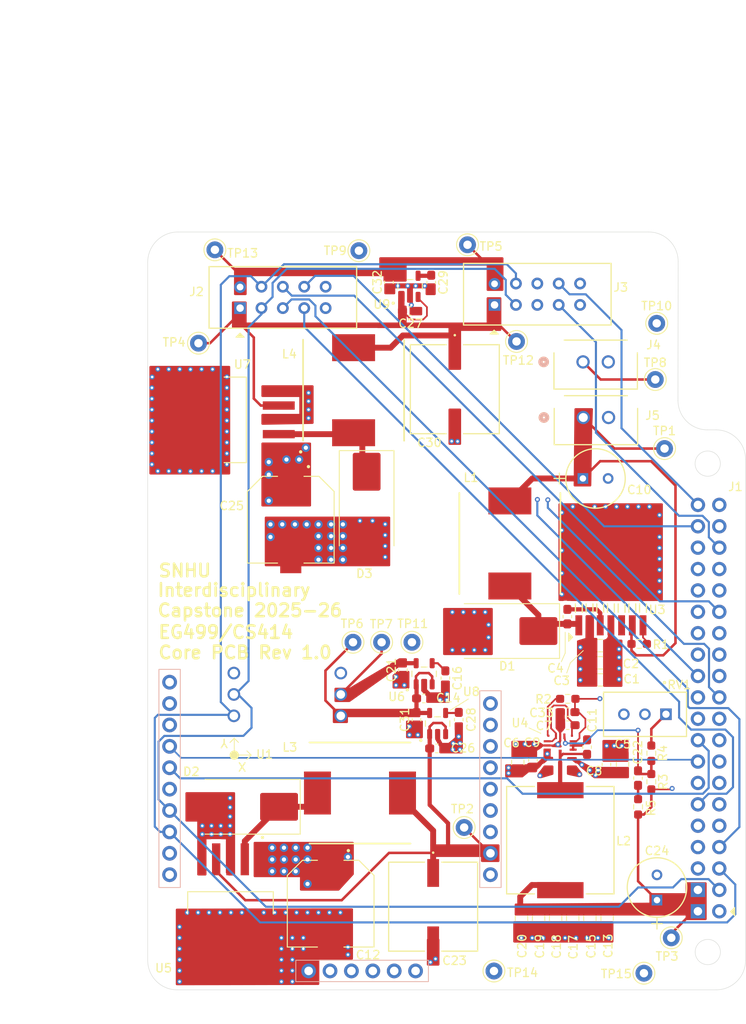
<source format=kicad_pcb>
(kicad_pcb (version 20241229) (generator "pcbnew") (generator_version "9.0")
  (layers (0 "F.Cu" signal) (4 "In1.Cu" signal) (6 "In2.Cu" signal) (2 "B.Cu" signal) (13 "F.Paste" user) (15 "B.Paste" user) (5 "F.SilkS" user "F.Silkscreen") (7 "B.SilkS" user "B.Silkscreen") (1 "F.Mask" user) (3 "B.Mask" user) (25 "Edge.Cuts" user))
  (net 0 "")
  (net 1 "GND")
  (net 2 "+V_BATT")
  (net 3 "GPIO5")
  (net 4 "SDA")
  (net 5 "GPIO20")
  (net 6 "SCL")
  (net 7 "GPIO18")
  (net 8 "GPIO4")
  (net 9 "GPIO9")
  (net 10 "GPIO19")
  (net 11 "RTK_RX")
  (net 12 "GPIO8")
  (net 13 "GPIO21")
  (net 14 "RTK_TX")
  (net 15 "RTK")
  (net 16 "+PI_5V")
  (net 19 "PPS")
  (net 34 "/12V_SW")
  (net 35 "Net-(U3-CB)")
  (net 36 "+12V")
  (net 37 "+3V3")
  (net 38 "Net-(U6-BYPASS)")
  (net 39 "+1V8")
  (net 40 "+CORE_5V")
  (net 41 "+LBW_5V")
  (net 42 "Net-(U8-BYPASS)")
  (net 43 "Net-(U9-BYPASS)")
  (net 44 "+LBW_3V3")
  (net 45 "Net-(U4-RT)")
  (net 46 "Net-(U4-CBOOT)")
  (net 47 "Net-(U4-SW)")
  (net 48 "/CORE_5V_SW")
  (net 49 "/LBW_5V_SW")
  (net 68 "Net-(U4-FB)")
  (net 70 "Net-(C22-Pad1)")
  (net 71 "Net-(U3-ON{slash}~OFF)")
  (net 72 "Net-(U4-RESET)")
  (net 73 "Net-(R4-Pad2)")
  (footprint "Capacitor_SMD:C_0603_1608Metric_Pad1.08x0.95mm_HandSolder" (layer "F.Cu") (at 155.27 108.1625 -90)
    (property "Reference" "C16")
    (property "Value" "10nF/50V")
  )
  (footprint "Capstone Footprints:testpoint_1.0mm_hole" (layer "F.Cu") (at 144.2 106.6)
    (property "Reference" "TP6")
    (property "Value" "TestPoint")
  )
  (footprint "Capacitor_SMD:C_0805_2012Metric_Pad1.18x1.45mm_HandSolder" (layer "F.Cu") (at 168.363 136.665 -90)
    (property "Reference" "C18")
    (property "Value" "22uF/10V")
  )
  (footprint "Capacitor_SMD:C_0805_2012Metric_Pad1.18x1.45mm_HandSolder" (layer "F.Cu") (at 176.31 118.39975 90)
    (property "Reference" "C5")
    (property "Value" "10uF/25V")
  )
  (footprint "Capstone Footprints:IND_6.8uH_CB_DRA127" (layer "F.Cu") (at 168.923 127.405 -90)
    (property "Reference" "L2")
    (property "Value" "6.8uH")
  )
  (footprint "Capacitor_SMD:C_0805_2012Metric_Pad1.18x1.45mm_HandSolder" (layer "F.Cu") (at 172.433 136.666252 -90)
    (property "Reference" "C15")
    (property "Value" "22uF/10V")
  )
  (footprint "Capacitor_SMD:C_0805_2012Metric_Pad1.18x1.45mm_HandSolder" (layer "F.Cu") (at 173.66 104.3)
    (property "Reference" "C3")
    (property "Value" "1uF/35V")
  )
  (footprint "Capacitor_SMD:C_0603_1608Metric_Pad1.08x0.95mm_HandSolder" (layer "F.Cu") (at 148.57 61.1575 -90)
    (property "Reference" "C32")
    (property "Value" "4.7uF/6.3V")
  )
  (footprint "Capstone Footprints:LM2596S-5" (layer "F.Cu") (at 129.75 136.0775 -90)
    (property "Reference" "U5")
    (property "Value" "LM2596S-5.0")
  )
  (footprint "Capacitor_SMD:C_0603_1608Metric_Pad1.08x0.95mm_HandSolder" (layer "F.Cu") (at 150.23 107.2125 -90)
    (property "Reference" "C21")
    (property "Value" "2.2uF/6.3V")
  )
  (footprint "Capstone Footprints:testpoint_1.0mm_hole" (layer "F.Cu") (at 160.94 145.64)
    (property "Reference" "TP14")
    (property "Value" "TestPoint")
  )
  (footprint "Capstone Footprints:testpoint_1.0mm_hole" (layer "F.Cu") (at 157.8 59.4)
    (property "Reference" "TP5")
    (property "Value" "TestPoint")
  )
  (footprint "Capstone Footprints:testpoint_1.0mm_hole" (layer "F.Cu") (at 163.62 70.88)
    (property "Reference" "TP12")
    (property "Value" "TestPoint")
  )
  (footprint "Capstone Footprints:testpoint_1.0mm_hole" (layer "F.Cu") (at 178.75 145.9)
    (property "Reference" "TP15")
    (property "Value" "TestPoint")
  )
  (footprint "Capstone Footprints:testpoint_1.0mm_hole" (layer "F.Cu") (at 125.85 71.085)
    (property "Reference" "TP4")
    (property "Value" "+LBW_3V3" (hide yes))
  )
  (footprint "Capstone Footprints:CAP_680uF_35V_EEHZS1V681UV" (layer "F.Cu") (at 136.909 89.348 -90)
    (property "Reference" "C25")
    (property "Value" "680uF/35V")
  )
  (footprint "Resistor_SMD:R_0603_1608Metric_Pad0.98x0.95mm_HandSolder" (layer "F.Cu") (at 178.2875 104.1)
    (property "Reference" "R1")
    (property "Value" "47k")
  )
  (footprint "Capstone Footprints:testpoint_1.0mm_hole" (layer "F.Cu") (at 144.9 60.1)
    (property "Reference" "TP9")
    (property "Value" "TestPoint")
  )
  (footprint "Capacitor_SMD:C_0805_2012Metric_Pad1.18x1.45mm_HandSolder" (layer "F.Cu") (at 174.483 136.665 -90)
    (property "Reference" "C13")
    (property "Value" "22uF/10V")
  )
  (footprint "Capacitor_SMD:C_0805_2012Metric_Pad1.18x1.45mm_HandSolder" (layer "F.Cu") (at 164.313 136.665 -90)
    (property "Reference" "C20")
    (property "Value" "22uF/10V")
  )
  (footprint "Resistor_SMD:R_0603_1608Metric_Pad0.98x0.95mm_HandSolder" (layer "F.Cu") (at 179.73 117.08 90)
    (property "Reference" "R4")
    (property "Value" "23.2k")
  )
  (footprint "Capacitor_SMD:C_0805_2012Metric_Pad1.18x1.45mm_HandSolder" (layer "F.Cu") (at 166.343 136.665 -90)
    (property "Reference" "C19")
    (property "Value" "22uF/10V")
  )
  (footprint "Capstone Footprints:LM62460QRPHRQ1" (layer "F.Cu") (at 168.903 117.182249 180)
    (property "Reference" "U4")
    (property "Value" "RPH0016A")
  )
  (footprint "Capacitor_SMD:C_0603_1608Metric_Pad1.08x0.95mm_HandSolder" (layer "F.Cu") (at 174.4 118.40475 90)
    (property "Reference" "C8")
    (property "Value" "1uF/35V")
  )
  (footprint "Capstone Footprints:CAP_100uF_16V_16SEPC100M_TSS" (layer "F.Cu") (at 180.4 134.52185 90)
    (property "Reference" "C24")
    (property "Value" "220uF/10V")
  )
  (footprint "Capstone Footprints:1x2_CONN_SD-43650-010_02_MOL" (layer "F.Cu") (at 171.650002 77.210001 180)
    (property "Reference" "J5")
    (property "Value" "Conn_01x02_Socket")
  )
  (footprint "Capstone Footprints:LM2676SX-12-L" (layer "F.Cu") (at 174.93 93.66)
    (property "Reference" "U3")
    (property "Value" "LM2676SX-12/NOPB")
  )
  (footprint "Capstone Footprints:IMU_Breakout_Module" (layer "F.Cu") (at 136.5 110.1 180)
    (property "Reference" "U1")
    (property "Value" "~")
  )
  (footprint "Capacitor_SMD:C_0805_2012Metric_Pad1.18x1.45mm_HandSolder" (layer "F.Cu") (at 170.393 136.665 -90)
    (property "Reference" "C17")
    (property "Value" "22uF/10V")
  )
  (footprint "Capacitor_SMD:C_0603_1608Metric_Pad1.08x0.95mm_HandSolder" (layer "F.Cu") (at 178.15 120.03 90)
    (property "Reference" "C22")
    (property "Value" "15pF/50V")
  )
  (footprint "Capstone Footprints:CAP_330uF_35V_UCL1V331MNL1GS-L" (layer "F.Cu") (at 153.82 135.3 -90)
    (property "Reference" "C23")
    (property "Value" "330uF/35V")
  )
  (footprint "MountingHole:MountingHole_2.7mm" (layer "F.Cu") (at 123.52 58.78)
    (property "Reference" "H1" (hide yes))
    (property "Value" "MountingHole" (hide yes))
  )
  (footprint "Resistor_SMD:R_0603_1608Metric_Pad0.98x0.95mm_HandSolder" (layer "F.Cu") (at 179.73 120.4625 90)
    (property "Reference" "R3")
    (property "Value" "100k")
  )
  (footprint "Capacitor_SMD:C_0603_1608Metric_Pad1.08x0.95mm_HandSolder" (layer "F.Cu") (at 165.673 117.9025 90)
    (property "Reference" "C9")
    (property "Value" "1uF/35V")
  )
  (footprint "Capstone Footprints:LM2596S-5" (layer "F.Cu") (at 129.0825 77.49 180)
    (property "Reference" "U7")
    (property "Value" "LM2596S-5.0")
  )
  (footprint "MountingHole:MountingHole_2.7mm" (layer "F.Cu") (at 186.422 140.69)
    (property "Reference" "H4" (hide yes))
    (property "Value" "MountingHole" (hide yes))
  )
  (footprint "Capstone Footprints:LP2985-33DBVR" (layer "F.Cu") (at 151.08 61.635 90)
    (property "Reference" "U9")
    (property "Value" "LP2985-18DBVR")
  )
  (footprint "Capstone Footprints:IND_33uH_3A_CDRH127NP-330MC" (layer "F.Cu") (at 162.93 92.17 90)
    (property "Reference" "L1")
    (property "Value" "33uH" (hide yes))
  )
  (footprint "Capacitor_SMD:C_0805_2012Metric_Pad1.18x1.45mm_HandSolder" (layer "F.Cu") (at 173.67 108.37)
    (property "Reference" "C1")
    (property "Value" "22uF/35V")
  )
  (footprint "Capstone Footprints:testpoint_1.0mm_hole" (layer "F.Cu") (at 127.8 60)
    (property "Reference" "TP13")
    (property "Value" "TestPoint")
  )
  (footprint "Capacitor_SMD:C_0603_1608Metric_Pad1.08x0.95mm_HandSolder" (layer "F.Cu") (at 154.27 116.51)
    (property "Reference" "C26")
    (property "Value" "1uF/35V")
  )
  (footprint "Capstone Footprints:testpoint_1.0mm_hole" (layer "F.Cu") (at 151.2 106.6)
    (property "Reference" "TP11")
    (property "Value" "TestPoint")
  )
  (footprint "Diode_SMD:D_SMC_Handsoldering" (layer "F.Cu") (at 161.9175 102.57 180)
    (property "Reference" "D1")
    (property "Value" "50V/3A")
  )
  (footprint "Capstone Footprints:LP2985-33DBVR" (layer "F.Cu") (at 154.35 113.555 90)
    (property "Reference" "U8")
    (property "Value" "LP2985-18DBVR" (hide yes))
  )
  (footprint "Capstone Footprints:IND_33uH_3A_CDRH127NP-330MC" (layer "F.Cu") (at 145.129 121.804)
    (property "Reference" "L3")
    (property "Value" "33uH" (hide yes))
  )
  (footprint "Capstone Footprints:CAP_100uF_16V_16SEPC100M_TSS" (layer "F.Cu") (at 171.6028 84.45)
    (property "Reference" "C10")
    (property "Value" "100uF/16V")
  )
  (footprint "Capstone Footprints:CAP_680uF_35V_EEHZS1V681UV" (layer "F.Cu") (at 141.648 134.944 -90)
    (property "Reference" "C12")
    (property "Value" "680uF/35V")
  )
  (footprint "Diode_SMD:D_SMC_Handsoldering" (layer "F.Cu") (at 145.92 88.05 -90)
    (property "Reference" "D3")
    (property "Value" "50V/3A")
  )
  (footprint "Capstone Footprints:CAP_330uF_35V_UCL1V331MNL1GS-L" (layer "F.Cu") (at 156.39 73.8505 -90)
    (property "Reference" "C30")
    (property "Value" "330uF/35V")
  )
  (footprint "Capstone Footprints:IND_33uH_3A_CDRH127NP-330MC" (layer "F.Cu") (at 144.37 73.97 90)
    (property "Reference" "L4")
    (property "Value" "33uH" (hide yes))
  )
  (footprint "Capacitor_SMD:C_0603_1608Metric_Pad1.08x0.95mm_HandSolder" (layer "F.Cu") (at 169.76 100.858 90)
    (property "Reference" "C4")
    (property "Value" "10nF/50V")
  )
  (footprint "Capstone Footprints:2x5_CONN_P100X100-RIBBON_TYC" (layer "F.Cu") (at 130.89 64.22 90)
    (property "Reference" "J2")
    (property "Value" "2x5 CONN DSUB-PCB")
  )
  (footprint "Capacitor_SMD:C_0603_1608Metric_Pad1.08x0.95mm_HandSolder" (layer "F.Cu") (at 169.7985 112.2 180)
    (property "Reference" "C33")
    (property "Value" "1uF/35V")
  )
  (footprint "Capacitor_SMD:C_0603_1608Metric_Pad1.08x0.95mm_HandSolder" (layer "F.Cu") (at 151.0425 64.565)
    (property "Reference" "C27")
    (property "Value" "1uF/35V")
  )
  (footprint "Capacitor_SMD:C_0603_1608Metric_Pad1.08x0.95mm_HandSolder" (layer "F.Cu") (at 151.84 113.1125 -90)
    (property "Reference" "C31")
    (property "Value" "4.7uF/6.3V")
  )
  (footprint "Capstone Footprints:testpoint_1.0mm_hole" (layer "F.Cu") (at 180.27 68.73)
    (property "Reference" "TP10")
    (property "Value" "TestPoint")
  )
  (footprint "MountingHole:MountingHole_2.7mm" (layer "F.Cu") (at 179.4156 58.68)
    (property "Reference" "H2" (hide yes))
    (property "Value" "MountingHole" (hide yes))
  )
  (footprint "Capstone Footprints:LP2985-18DBVR" (layer "F.Cu") (at 152.75 107.645 90)
    (property "Reference" "U6")
    (property "Value" "LP2985-33DBVR")
  )
  (footprint "Capstone Footprints:2x5_CONN_P100X100-RIBBON_TYC" (layer "F.Cu") (at 161.11 63.84 90)
    (property "Reference" "J3")
    (property "Value" "2x5 CONN DSUB-PCB")
  )
  (footprint "Capstone Footprints:testpoint_1.0mm_hole" (layer "F.Cu") (at 182 141.7)
    (property "Reference" "TP3")
    (property "Value" "TestPoint")
  )
  (footprint "Capstone Footprints:POT_2k_PV36W202C01B00" (layer "F.Cu") (at 181.4692 112.4488 180)
    (property "Reference" "RV1")
    (property "Value" "2k")
  )
  (footprint "Capstone Footprints:PI_Connector" (layer "F.Cu") (at 186.396 82.688 -90)
    (property "Reference" "J1" (hide yes))
    (property "Value" "Conn_02x20_Odd_Even" (hide yes))
    (fp_circle (center -0.000001 -0.03) (end -1.500002 -0.029999) (stroke (width 0.05)) (fill no) (layer "Edge.Cuts"))
    (fp_circle (center 58 -0.039999) (end 59.500001 -0.039998) (stroke (width 0.05)) (fill no) (layer "Edge.Cuts"))
  )
  (footprint "Capstone Footprints:1x2_CONN_SD-43650-010_02_MOL" (layer "F.Cu") (at 171.620401 70.609901 180)
    (property "Reference" "J4")
    (property "Value" "Conn_01x02_Socket")
  )
  (footprint "Diode_SMD:D_SMC_Handsoldering" (layer "F.Cu") (at 131.12 123.44 180)
    (property "Reference" "D2")
    (property "Value" "50V/3A")
  )
  (footprint "Capacitor_SMD:C_0603_1608Metric_Pad1.08x0.95mm_HandSolder" (layer "F.Cu") (at 169.8105 113.75 180)
    (property "Reference" "C7")
    (property "Value" "1uF/35V")
  )
  (footprint "MountingHole:MountingHole_2.7mm" (layer "F.Cu") (at 186.422 82.69)
    (property "Reference" "H3" (hide yes))
    (property "Value" "MountingHole" (hide yes))
  )
  (footprint "Capacitor_SMD:C_0603_1608Metric_Pad1.08x0.95mm_HandSolder" (layer "F.Cu") (at 153.59 61.1775 -90)
    (property "Reference" "C29")
    (property "Value" "10nF/50V")
  )
  (footprint "Capstone Footprints:testpoint_1.0mm_hole" (layer "F.Cu") (at 180.1 75.4)
    (property "Reference" "TP8")
    (property "Value" "TestPoint")
  )
  (footprint "Resistor_SMD:R_0603_1608Metric_Pad0.98x0.95mm_HandSolder" (layer "F.Cu") (at 178.1575 123.4475 90)
    (property "Reference" "R5")
    (property "Value" "4.9k")
  )
  (footprint "Capacitor_SMD:C_0603_1608Metric_Pad1.08x0.95mm_HandSolder" (layer "F.Cu") (at 152.7125 110.57)
    (property "Reference" "C14")
    (property "Value" "1uF/35V")
  )
  (footprint "Capstone Footprints:testpoint_1.0mm_hole" (layer "F.Cu") (at 147.6 106.6)
    (property "Reference" "TP7")
    (property "Value" "TestPoint")
  )
  (footprint "Capstone Footprints:testpoint_1.0mm_hole" (layer "F.Cu") (at 181.2 83.6)
    (property "Reference" "TP1")
    (property "Value" "TestPoint")
  )
  (footprint "Capacitor_SMD:C_0805_2012Metric_Pad1.18x1.45mm_HandSolder" (layer "F.Cu") (at 163.873 118.1725 90)
    (property "Reference" "C6")
    (property "Value" "10uF/25V")
  )
  (footprint "Capstone Footprints:testpoint_1.0mm_hole" (layer "F.Cu") (at 157.4 128.6)
    (property "Reference" "TP2")
    (property "Value" "TestPoint")
  )
  (footprint "Capacitor_SMD:C_0805_2012Metric_Pad1.18x1.45mm_HandSolder" (layer "F.Cu") (at 173.6675 106.34)
    (property "Reference" "C2")
    (property "Value" "22uF/35V")
  )
  (footprint "Capacitor_SMD:C_0603_1608Metric_Pad1.08x0.95mm_HandSolder" (layer "F.Cu") (at 172.1 116.35 90)
    (property "Reference" "C11")
    (property "Value" "0.1uF/10V")
  )
  (footprint "Capacitor_SMD:C_0603_1608Metric_Pad1.08x0.95mm_HandSolder" (layer "F.Cu") (at 156.86 113.0925 -90)
    (property "Reference" "C28")
    (property "Value" "10nF/50V")
  )
  (footprint "Resistor_SMD:R_0603_1608Metric_Pad0.98x0.95mm_HandSolder" (layer "F.Cu") (at 169.806 110.621)
    (property "Reference" "R2")
    (property "Value" "47k")
  )
  (footprint "Capstone Footprints:ZED-F9P" (layer "B.Cu") (at 145.372 140.902)
    (property "Reference" "U2" (hide yes))
    (property "Value" "ZED F9P GNSS & RTK Module" (hide yes))
  )
  (gr_poly (pts (xy 169.9 102.8) (xy 170.4 103.3) (xy 169.9 103.8)) (stroke (width 0.1)) (fill yes) (layer "F.SilkS"))
  (gr_line (start 165.199 114.068) (end 166.598 114.716) (stroke (width 0.1)) (layer "F.SilkS"))
  (gr_line (start 169.5 105.194) (end 169.5 102.714) (stroke (width 0.1)) (layer "F.SilkS"))
  (gr_poly (pts (xy 130.39 67.68) (xy 130.89 67.18) (xy 131.39 67.68)) (stroke (width 0.1)) (fill yes) (layer "F.SilkS"))
  (gr_line (start 157.991 110.643) (end 155.825 111.997) (stroke (width 0.1)) (layer "F.SilkS"))
  (gr_line (start 169.683 107.548) (end 170.114 106.343) (stroke (width 0.1)) (layer "F.SilkS"))
  (gr_line (start 170.114 106.343) (end 171.65 104.89) (stroke (width 0.1)) (layer "F.SilkS"))
  (gr_line (start 169.041 106.215) (end 169.5 105.194) (stroke (width 0.1)) (layer "F.SilkS"))
  (gr_poly (pts (xy 160.56 67.31) (xy 161.06 66.81) (xy 161.56 67.31)) (stroke (width 0.1)) (fill yes) (layer "F.SilkS"))
  (gr_arc (start 187.42 78.68) (mid 189.894874 79.705126) (end 190.92 82.18) (stroke (width 0.05)) (layer "Edge.Cuts"))
  (gr_line (start 182.895054 75.205125) (end 182.894874 75.18) (stroke (width 0.05)) (layer "Edge.Cuts"))
  (gr_arc (start 119.92 58.78) (mid 120.974416 56.234416) (end 123.52 55.18) (stroke (width 0.05)) (layer "Edge.Cuts"))
  (gr_line (start 119.92 141.68) (end 119.92 58.78) (stroke (width 0.05)) (layer "Edge.Cuts"))
  (gr_line (start 182.915597 58.684397) (end 182.894874 75.18) (stroke (width 0.05)) (layer "Edge.Cuts"))
  (gr_arc (start 186.394964 78.68) (mid 183.929012 77.663728) (end 182.895054 75.205125) (stroke (width 0.05)) (layer "Edge.Cuts"))
  (gr_line (start 123.42 145.18) (end 187.42 145.18) (stroke (width 0.05)) (layer "Edge.Cuts"))
  (gr_arc (start 190.92 141.68) (mid 189.894874 144.154874) (end 187.42 145.18) (stroke (width 0.05)) (layer "Edge.Cuts"))
  (gr_line (start 187.42 78.68) (end 186.394964 78.68) (stroke (width 0.05)) (layer "Edge.Cuts"))
  (gr_arc (start 123.42 145.18) (mid 120.945126 144.154874) (end 119.92 141.68) (stroke (width 0.05)) (layer "Edge.Cuts"))
  (gr_line (start 123.52 55.18) (end 179.4156 55.18) (stroke (width 0.05)) (layer "Edge.Cuts"))
  (gr_arc (start 179.4156 55.18) (mid 181.892028 56.206681) (end 182.915597 58.684397) (stroke (width 0.05)) (layer "Edge.Cuts"))
  (gr_line (start 190.92 141.68) (end 190.92 82.18) (stroke (width 0.05)) (layer "Edge.Cuts"))
  (gr_text "EG499/CS414\nCore PCB Rev 1.0" (at 121.039 105.996 0) (layer "F.SilkS") (effects (font (size 1.5 1.5) (thickness 0.3) (bold yes)) (justify left bottom)))
  (gr_text "Interdisciplinary \nCapstone 2025-26\n" (at 120.939 100.996 0) (layer "F.SilkS") (effects (font (size 1.5 1.5) (thickness 0.3) (bold yes)) (justify left bottom)))
  (gr_text "SNHU" (at 121.064 96.271 0) (layer "F.SilkS") (effects (font (size 1.5 1.5) (thickness 0.3) (bold yes)) (justify left bottom)))
  (via (at 134.5 89.9) (size 1) (drill 0.5) (layers "F.Cu" "B.Cu") (net 1))
  (via (at 152 114.9) (size 0.6) (drill 0.3) (layers "F.Cu" "B.Cu") (net 1))
  (via (at 140.2 91.3) (size 1) (drill 0.5) (layers "F.Cu" "B.Cu") (net 1))
  (via (at 173 87.8) (size 0.6) (drill 0.3) (layers "F.Cu" "B.Cu") (net 1))
  (via (at 138.4 140.3) (size 0.6) (drill 0.3) (layers "F.Cu" "B.Cu") (net 1))
  (via (at 126.32 83.58) (size 0.6) (drill 0.3) (layers "F.Cu" "B.Cu") (net 1))
  (via (at 149.4 108) (size 0.6) (drill 0.3) (layers "F.Cu" "B.Cu") (net 1))
  (via (at 129.7 122.4) (size 0.6) (drill 0.3) (layers "F.Cu" "B.Cu") (net 1))
  (via (at 135.8 140.3) (size 0.6) (drill 0.3) (layers "F.Cu" "B.Cu") (net 1))
  (via (at 129.7 126.7) (size 0.6) (drill 0.3) (layers "F.Cu" "B.Cu") (net 1))
  (via (at 135 136) (size 0.6) (drill 0.3) (layers "F.Cu" "B.Cu") (net 1))
  (via (at 143.7 141) (size 0.6) (drill 0.3) (layers "F.Cu" "B.Cu") (net 1))
  (via (at 166.508 119.739) (size 0.6) (drill 0.3) (layers "F.Cu" "B.Cu") (net 1))
  (via (at 127.2 136) (size 0.6) (drill 0.3) (layers "F.Cu" "B.Cu") (net 1))
  (via (at 120.42 81.48) (size 0.6) (drill 0.3) (layers "F.Cu" "B.Cu") (net 1))
  (via (at 129.32 78.88) (size 0.6) (drill 0.3) (layers "F.Cu" "B.Cu") (net 1))
  (via (at 165.587 139.011) (size 0.6) (drill 0.3) (layers "F.Cu" "B.Cu") (net 1))
  (via (at 156.15 116.65) (size 0.6) (drill 0.3) (layers "F.Cu" "B.Cu") (net 1))
  (via (at 122.42 71.48) (size 0.6) (drill 0.3) (layers "F.Cu" "B.Cu") (net 1))
  (via (at 148.12 89.88) (size 0.6) (drill 0.3) (layers "F.Cu" "B.Cu") (net 1))
  (via (at 125 71.5) (size 0.6) (drill 0.3) (layers "F.Cu" "B.Cu") (net 1))
  (via (at 153.5 141.9) (size 0.6) (drill 0.3) (layers "F.Cu" "B.Cu") (net 1))
  (via (at 125.9 136) (size 0.6) (drill 0.3) (layers "F.Cu" "B.Cu") (net 1))
  (via (at 129.32 77.58) (size 0.6) (drill 0.3) (layers "F.Cu" "B.Cu") (net 1))
  (via (at 158.7 104.825) (size 0.6) (drill 0.3) (layers "F.Cu" "B.Cu") (net 1))
  (via (at 129.7 123.5) (size 0.6) (drill 0.3) (layers "F.Cu" "B.Cu") (net 1))
  (via (at 164.287 139.011) (size 0.6) (drill 0.3) (layers "F.Cu" "B.Cu") (net 1))
  (via (at 175.893058 104.706942) (size 0.6) (drill 0.3) (layers "F.Cu" "B.Cu") (net 1))
  (via (at 171.2 119.6) (size 0.6) (drill 0.3) (layers "F.Cu" "B.Cu") (net 1))
  (via (at 180.7 88.8) (size 0.6) (drill 0.3) (layers "F.Cu" "B.Cu") (net 1))
  (via (at 151.23 63.86) (size 0.6) (drill 0.3) (layers "F.Cu" "B.Cu") (net 1))
  (via (at 160 104.825) (size 0.6) (drill 0.3) (layers "F.Cu" "B.Cu") (net 1))
  (via (at 128.5 136) (size 0.6) (drill 0.3) (layers "F.Cu" "B.Cu") (net 1))
  (via (at 126.4 125.7) (size 0.6) (drill 0.3) (layers "F.Cu" "B.Cu") (net 1))
  (via (at 137.6 136) (size 0.6) (drill 0.3) (layers "F.Cu" "B.Cu") (net 1))
  (via (at 135.8 144.2) (size 0.6) (drill 0.3) (layers "F.Cu" "B.Cu") (net 1))
  (via (at 164.723 116) (size 0.6) (drill 0.3) (layers "F.Cu" "B.Cu") (net 1))
  (via (at 174.3 87.8) (size 0.6) (drill 0.3) (layers "F.Cu" "B.Cu") (net 1))
  (via (at 127.5 126.7) (size 0.6) (drill 0.3) (layers "F.Cu" "B.Cu") (net 1))
  (via (at 175.323 116.2) (size 0.6) (drill 0.3) (layers "F.Cu" "B.Cu") (net 1))
  (via (at 127.62 71.48) (size 0.6) (drill 0.3) (layers "F.Cu" "B.Cu") (net 1))
  (via (at 160.4 103.325) (size 0.6) (drill 0.3) (layers "F.Cu" "B.Cu") (net 1))
  (via (at 180.7 95.3) (size 0.6) (drill 0.3) (layers "F.Cu" "B.Cu") (net 1))
  (via (at 169.487 139.011) (size 0.6) (drill 0.3) (layers "F.Cu" "B.Cu") (net 1))
  (via (at 137.1 140.3) (size 0.6) (drill 0.3) (layers "F.Cu" "B.Cu") (net 1))
  (via (at 155.45 110.05) (size 0.6) (drill 0.3) (layers "F.Cu" "B.Cu") (net 1))
  (via (at 129.32 72.38) (size 0.6) (drill 0.3) (layers "F.Cu" "B.Cu") (net 1))
  (via (at 151 114.9) (size 0.6) (drill 0.3) (layers "F.Cu" "B.Cu") (net 1))
  (via (at 124.6 136) (size 0.6) (drill 0.3) (layers "F.Cu" "B.Cu") (net 1))
  (via (at 125 83.6) (size 0.6) (drill 0.3) (layers "F.Cu" "B.Cu") (net 1))
  (via (at 178.2 87.8) (size 0.6) (drill 0.3) (layers "F.Cu" "B.Cu") (net 1))
  (via (at 129.8 136) (size 0.6) (drill 0.3) (layers "F.Cu" "B.Cu") (net 1))
  (via (at 137.1 144.2) (size 0.6) (drill 0.3) (layers "F.Cu" "B.Cu") (net 1))
  (via (at 135.8 142.9) (size 0.6) (drill 0.3) (layers "F.Cu" "B.Cu") (net 1))
  (via (at 139.02 76.28) (size 0.6) (drill 0.3) (layers "F.Cu" "B.Cu") (net 1))
  (via (at 122.42 83.58) (size 0.6) (drill 0.3) (layers "F.Cu" "B.Cu") (net 1))
  (via (at 155.45 110.75) (size 0.6) (drill 0.3) (layers "F.Cu" "B.Cu") (net 1))
  (via (at 128.6 125.7) (size 0.6) (drill 0.3) (layers "F.Cu" "B.Cu") (net 1))
  (via (at 120.42 74.98) (size 0.6) (drill 0.3) (layers "F.Cu" "B.Cu") (net 1))
  (via (at 123.72 83.58) (size 0.6) (drill 0.3) (layers "F.Cu" "B.Cu") (net 1))
  (via (at 129.32 76.28) (size 0.6) (drill 0.3) (layers "F.Cu" "B.Cu") (net 1))
  (via (at 166.887 139.011) (size 0.6) (drill 0.3) (layers "F.Cu" "B.Cu") (net 1))
  (via (at 140.2 94.1) (size 1) (drill 0.5) (layers "F.Cu" "B.Cu") (net 1))
  (via (at 150.8 61.58) (size 0.6) (drill 0.3) (layers "F.Cu" "B.Cu") (net 1))
  (via (at 149.4 109) (size 0.6) (drill 0.3) (layers "F.Cu" "B.Cu") (net 1))
  (via (at 169.1 98.2) (size 0.6) (drill 0.3) (layers "F.Cu" "B.Cu") (net 1))
  (via (at 180.7 92.7) (size 0.6) (drill 0.3) (layers "F.Cu" "B.Cu") (net 1))
  (via (at 140.2 92.7) (size 1) (drill 0.5) (layers "F.Cu" "B.Cu") (net 1))
  (via (at 168.187 139.011) (size 0.6) (drill 0.3) (layers "F.Cu" "B.Cu") (net 1))
  (via (at 173.387 139.011) (size 0.6) (drill 0.3) (layers "F.Cu" "B.Cu") (net 1))
  (via (at 168.637 116.045) (size 0.6) (drill 0.3) (layers "F.Cu" "B.Cu") (net 1))
  (via (at 120.42 77.58) (size 0.6) (drill 0.3) (layers "F.Cu" "B.Cu") (net 1))
  (via (at 179.5 87.8) (size 0.6) (drill 0.3) (layers "F.Cu" "B.Cu") (net 1))
  (via (at 135.8 139) (size 0.6) (drill 0.3) (layers "F.Cu" "B.Cu") (net 1))
  (via (at 157 115.9) (size 0.6) (drill 0.3) (layers "F.Cu" "B.Cu") (net 1))
  (via (at 156.1 104.825) (size 0.6) (drill 0.3) (layers "F.Cu" "B.Cu") (net 1))
  (via (at 175.9 107) (size 0.6) (drill 0.3) (layers "F.Cu" "B.Cu") (net 1))
  (via (at 172.087 139.011) (size 0.6) (drill 0.3) (layers "F.Cu" "B.Cu") (net 1))
  (via (at 126.4 126.7) (size 0.6) (drill 0.3) (layers "F.Cu" "B.Cu") (net 1))
  (via (at 129.32 74.98) (size 0.6) (drill 0.3) (layers "F.Cu" "B.Cu") (net 1))
  (via (at 160 100.325) (size 0.6) (drill 0.3) (layers "F.Cu" "B.Cu") (net 1))
  (via (at 156.72 80.05) (size 0.6) (drill 0.3) (layers "F.Cu" "B.Cu") (net 1))
  (via (at 135.8 141.6) (size 0.6) (drill 0.3) (layers "F.Cu" "B.Cu") (net 1))
  (via (at 137.1 142.9) (size 0.6) (drill 0.3) (layers "F.Cu" "B.Cu") (net 1))
  (via (at 141.7 89.9) (size 1) (drill 0.5) (layers "F.Cu" "B.Cu") (net 1))
  (via (at 134.5 91.4) (size 1) (drill 0.5) (layers "F.Cu" "B.Cu") (net 1))
  (via (at 150.4 109) (size 0.6) (drill 0.3) (layers "F.Cu" "B.Cu") (net 1))
  (via (at 169.1 93) (size 0.6) (drill 0.3) (layers "F.Cu" "B.Cu") (net 1))
  (via (at 146.62 89.48) (size 0.6) (drill 0.3) (layers "F.Cu" "B.Cu") (net 1))
  (via (at 123.72 71.48) (size 0.6) (drill 0.3) (layers "F.Cu" "B.Cu") (net 1))
  (via (at 180.7 91.4) (size 0.6) (drill 0.3) (layers "F.Cu" "B.Cu") (net 1))
  (via (at 141.7 94.1) (size 1) (drill 0.5) (layers "F.Cu" "B.Cu") (net 1))
  (via (at 143.1 91.3) (size 1) (drill 0.5) (layers "F.Cu" "B.Cu") (net 1))
  (via (at 120.42 73.68) (size 0.6) (drill 0.3) (layers "F.Cu" "B.Cu") (net 1))
  (via (at 121.12 71.48) (size 0.6) (drill 0.3) (layers "F.Cu" "B.Cu") (net 1))
  (via (at 129.32 81.48) (size 0.6) (drill 0.3) (layers "F.Cu" "B.Cu") (net 1))
  (via (at 143.1 94.1) (size 1) (drill 0.5) (layers "F.Cu" "B.Cu") (net 1))
  (via (at 123.7 139) (size 0.6) (drill 0.3) (layers "F.Cu" "B.Cu") (net 1))
  (via (at 129.32 80.18) (size 0.6) (drill 0.3) (layers "F.Cu" "B.Cu") (net 1))
  (via (at 139.02 77.28) (size 0.6) (drill 0.3) (layers "F.Cu" "B.Cu") (net 1))
  (via (at 152.82 61.58) (size 0.6) (drill 0.3) (layers "F.Cu" "B.Cu") (net 1))
  (via (at 142.8 136) (size 0.6) (drill 0.3) (layers "F.Cu" "B.Cu") (net 1))
  (via (at 165.823 116) (size 0.6) (drill 0.3) (layers "F.Cu" "B.Cu") (net 1))
  (via (at 156.02 80.03) (size 0.6) (drill 0.3) (layers "F.Cu" "B.Cu") (net 1))
  (via (at 170.787 139.011) (size 0.6) (drill 0.3) (layers "F.Cu" "B.Cu") (net 1))
  (via (at 128.6 126.7) (size 0.6) (drill 0.3) (layers "F.Cu" "B.Cu") (net 1))
  (via (at 145.12 89.48) (size 0.6) (drill 0.3) (layers "F.Cu" "B.Cu") (net 1))
  (via (at 138.9 136) (size 0.6) (drill 0.3) (layers "F.Cu" "B.Cu") (net 1))
  (via (at 127.62 83.58) (size 0.6) (drill 0.3) (layers "F.Cu" "B.Cu") (net 1))
  (via (at 154.65 110.75) (size 0.6) (drill 0.3) (layers "F.Cu" "B.Cu") (net 1))
  (via (at 157 116.65) (size 0.6) (drill 0.3) (layers "F.Cu" "B.Cu") (net 1))
  (via (at 139.02 74.28) (size 0.6) (drill 0.3) (layers "F.Cu" "B.Cu") (net 1))
  (via (at 143.1 92.7) (size 1) (drill 0.5) (layers "F.Cu" "B.Cu") (net 1))
  (via (at 169.1 88.5) (size 0.6) (drill 0.3) (layers "F.Cu" "B.Cu") (net 1))
  (via (at 151.74 61.58) (size 0.6) (drill 0.3) (layers "F.Cu" "B.Cu") (net 1))
  (via (at 180.7 94) (size 0.6) (drill 0.3) (layers "F.Cu" "B.Cu") (net 1))
  (via (at 158.7 100.325) (size 0.6) (drill 0.3) (layers "F.Cu" "B.Cu") (net 1))
  (via (at 163.623 116) (size 0.6) (drill 0.3) (layers "F.Cu" "B.Cu") (net 1))
  (via (at 170.4 87.8) (size 0.6) (drill 0.3) (layers "F.Cu" "B.Cu") (net 1))
  (via (at 135.9 89.9) (size 1) (drill 0.5) (layers "F.Cu" "B.Cu") (net 1))
  (via (at 120.42 76.28) (size 0.6) (drill 0.3) (layers "F.Cu" "B.Cu") (net 1))
  (via (at 176.223 116.2) (size 0.6) (drill 0.3) (layers "F.Cu" "B.Cu") (net 1))
  (via (at 174.423 116.2) (size 0.6) (drill 0.3) (layers "F.Cu" "B.Cu") (net 1))
  (via (at 123.7 142.9) (size 0.6) (drill 0.3) (layers "F.Cu" "B.Cu") (net 1))
  (via (at 175.6 87.8) (size 0.6) (drill 0.3) (layers "F.Cu" "B.Cu") (net 1))
  (via (at 169.1 90.6) (size 0.6) (drill 0.3) (layers "F.Cu" "B.Cu") (net 1))
  (via (at 131.1 136) (size 0.6) (drill 0.3) (layers "F.Cu" "B.Cu") (net 1))
  (via (at 148.12 93.78) (size 0.6) (drill 0.3) (layers "F.Cu" "B.Cu") (net 1))
  (via (at 140.2 136) (size 0.6) (drill 0.3) (layers "F.Cu" "B.Cu") (net 1))
  (via (at 149.62 61.58) (size 0.6) (drill 0.3) (layers "F.Cu" "B.Cu") (net 1))
  (via (at 175.9 105.7) (size 0.6) (drill 0.3) (layers "F.Cu" "B.Cu") (net 1))
  (via (at 136.3 136) (size 0.6) (drill 0.3) (layers "F.Cu" "B.Cu") (net 1))
  (via (at 141.7 92.7) (size 1) (drill 0.5) (layers "F.Cu" "B.Cu") (net 1))
  (via (at 129.7 125.7) (size 0.6) (drill 0.3) (layers "F.Cu" "B.Cu") (net 1))
  (via (at 148.12 91.18) (size 0.6) (drill 0.3) (layers "F.Cu" "B.Cu") (net 1))
  (via (at 148.12 92.48) (size 0.6) (drill 0.3) (layers "F.Cu" "B.Cu") (net 1))
  (via (at 123.7 140.3) (size 0.6) (drill 0.3) (layers "F.Cu" "B.Cu") (net 1))
  (via (at 120.42 80.18) (size 0.6) (drill 0.3) (layers "F.Cu" "B.Cu") (net 1))
  (via (at 137.1 139) (size 0.6) (drill 0.3) (layers "F.Cu" "B.Cu") (net 1))
  (via (at 143.1 89.9) (size 1) (drill 0.5) (layers "F.Cu" "B.Cu") (net 1))
  (via (at 151 113.9) (size 0.6) (drill 0.3) (layers "F.Cu" "B.Cu") (net 1))
  (via (at 139.02 75.28) (size 0.6) (drill 0.3) (layers "F.Cu" "B.Cu") (net 1))
  (via (at 169.1 95.7) (size 0.6) (drill 0.3) (layers "F.Cu" "B.Cu") (net 1))
  (via (at 129.32 73.68) (size 0.6) (drill 0.3) (layers "F.Cu" "B.Cu") (net 1))
  (via (at 126.32 71.48) (size 0.6) (drill 0.3) (layers "F.Cu" "B.Cu") (net 1))
  (via (at 123.7 141.6) (size 0.6) (drill 0.3) (layers "F.Cu" "B.Cu") (net 1))
  (via (at 123.7 144.2) (size 0.6) (drill 0.3) (layers "F.Cu" "B.Cu") (net 1))
  (via (at 157.4 104.825) (size 0.6) (drill 0.3) (layers "F.Cu" "B.Cu") (net 1))
  (via (at 123.7 137.7) (size 0.6) (drill 0.3) (layers "F.Cu" "B.Cu") (net 1))
  (via (at 156.85 115.1) (size 0.6) (drill 0.3) (layers "F.Cu" "B.Cu") (net 1))
  (via (at 133.7 136) (size 0.6) (drill 0.3) (layers "F.Cu" "B.Cu") (net 1))
  (via (at 174.687 139.011) (size 0.6) (drill 0.3) (layers "F.Cu" "B.Cu") (net 1))
  (via (at 154.1 141.5) (size 0.6) (drill 0.3) (layers "F.Cu" "B.Cu") (net 1))
  (via (at 138.8 89.9) (size 1) (drill 0.5) (layers "F.Cu" "B.Cu") (net 1))
  (via (at 176.9 87.8) (size 0.6) (drill 0.3) (layers "F.Cu" "B.Cu") (net 1))
  (via (at 138.4 139) (size 0.6) (drill 0.3) (layers "F.Cu" "B.Cu") (net 1))
  (via (at 121.12 83.58) (size 0.6) (drill 0.3) (layers "F.Cu" "B.Cu") (net 1))
  (via (at 156.1 100.325) (size 0.6) (drill 0.3) (layers "F.Cu" "B.Cu") (net 1))
  (via (at 160.4 101.825) (size 0.6) (drill 0.3) (layers "F.Cu" "B.Cu") (net 1))
  (via (at 120.42 78.88) (size 0.6) (drill 0.3) (layers "F.Cu" "B.Cu") (net 1))
  (via (at 141.7 91.3) (size 1) (drill 0.5) (layers "F.Cu" "B.Cu") (net 1))
  (via (at 156.2 115.9) (size 0.6) (drill 0.3) (layers "F.Cu" "B.Cu") (net 1))
  (via (at 141.5 136) (size 0.6) (drill 0.3) (layers "F.Cu" "B.Cu") (net 1))
  (via (at 120.42 82.78) (size 0.6) (drill 0.3) (layers "F.Cu" "B.Cu") (net 1))
  (via (at 143.7 140.1) (size 0.6) (drill 0.3) (layers "F.Cu" "B.Cu") (net 1))
  (via (at 137.1 141.6) (size 0.6) (drill 0.3) (layers "F.Cu" "B.Cu") (net 1))
  (via (at 180.7 96.6) (size 0.6) (drill 0.3) (layers "F.Cu" "B.Cu") (net 1))
  (via (at 157.4 100.325) (size 0.6) (drill 0.3) (layers "F.Cu" "B.Cu") (net 1))
  (via (at 127.5 125.7) (size 0.6) (drill 0.3) (layers "F.Cu" "B.Cu") (net 1))
  (via (at 180.7 97.9) (size 0.6) (drill 0.3) (layers "F.Cu" "B.Cu") (net 1))
  (via (at 120.45 72.4) (size 0.6) (drill 0.3) (layers "F.Cu" "B.Cu") (net 1))
  (via (at 137.4 89.9) (size 1) (drill 0.5) (layers "F.Cu" "B.Cu") (net 1))
  (via (at 175.9 108.3) (size 0.6) (drill 0.3) (layers "F.Cu" "B.Cu") (net 1))
  (via (at 129.32 82.78) (size 0.6) (drill 0.3) (layers "F.Cu" "B.Cu") (net 1))
  (via (at 140.2 89.9) (size 1) (drill 0.5) (layers "F.Cu" "B.Cu") (net 1))
  (via (at 129.7 124.6) (size 0.6) (drill 0.3) (layers "F.Cu" "B.Cu") (net 1))
  (segment (start 173.7105 72.7) (end 171.620401 70.609901) (width 0.3) (layer "F.Cu") (net 2))
  (segment (start 180.2 72.7) (end 173.7105 72.7) (width 0.3) (layer "F.Cu") (net 2))
  (via (at 162.773 118.8) (size 0.6) (drill 0.3) (layers "F.Cu" "B.Cu") (net 2))
  (via (at 173.4 119.1) (size 0.6) (drill 0.3) (layers "F.Cu" "B.Cu") (net 2))
  (via (at 171.3 105.8) (size 0.6) (drill 0.3) (layers "F.Cu" "B.Cu") (net 2))
  (via (at 171.3 104.5) (size 0.6) (drill 0.3) (layers "F.Cu" "B.Cu") (net 2))
  (via (at 136.1 131.1) (size 1) (drill 0.5) (layers "F.Cu" "B.Cu") (net 2))
  (via (at 134.3 84) (size 1) (drill 0.5) (layers "F.Cu" "B.Cu") (net 2))
  (via (at 134.7 129.7) (size 1) (drill 0.5) (layers "F.Cu" "B.Cu") (net 2))
  (via (at 134.3 82.5) (size 1) (drill 0.5) (layers "F.Cu" "B.Cu") (net 2))
  (via (at 138.9 128.3) (size 1) (drill 0.5) (layers "F.Cu" "B.Cu") (net 2))
  (via (at 134.7 131.1) (size 1) (drill 0.5) (layers "F.Cu" "B.Cu") (net 2))
  (via (at 162.773 119.45) (size 0.6) (drill 0.3) (layers "F.Cu" "B.Cu") (net 2))
  (via (at 173.1 119.7) (size 0.6) (drill 0.3) (layers "F.Cu" "B.Cu") (net 2))
  (via (at 171.473 118.45) (size 0.6) (drill 0.3) (layers "F.Cu" "B.Cu") (net 2))
  (via (at 137.5 131.1) (size 1) (drill 0.5) (layers "F.Cu" "B.Cu") (net 2))
  (via (at 137.5 129.7) (size 1) (drill 0.5) (layers "F.Cu" "B.Cu") (net 2))
  (via (at 137.9 82.2) (size 1) (drill 0.5) (layers "F.Cu" "B.Cu") (net 2))
  (via (at 134.7 128.3) (size 1) (drill 0.5) (layers "F.Cu" "B.Cu") (net 2))
  (via (at 138.9 129.7) (size 1) (drill 0.5) (layers "F.Cu" "B.Cu") (net 2))
  (via (at 138.9 132.6) (size 1) (drill 0.5) (layers "F.Cu" "B.Cu") (net 2))
  (via (at 167.373 117.15) (size 0.6) (drill 0.3) (layers "F.Cu" "B.Cu") (net 2))
  (via (at 171.3 107.1) (size 0.6) (drill 0.3) (layers "F.Cu" "B.Cu") (net 2))
  (via (at 172.4 119.1) (size 0.6) (drill 0.3) (layers "F.Cu" "B.Cu") (net 2))
  (via (at 136.4 82.2) (size 1) (drill 0.5) (layers "F.Cu" "B.Cu") (net 2))
  (via (at 136.1 128.3) (size 1) (drill 0.5) (layers "F.Cu" "B.Cu") (net 2))
  (via (at 137.5 128.3) (size 1) (drill 0.5) (layers "F.Cu" "B.Cu") (net 2))
  (via (at 143.7 129.4) (size 1) (drill 0.5) (layers "F.Cu" "B.Cu") (net 2))
  (via (at 136.1 129.7) (size 1) (drill 0.5) (layers "F.Cu" "B.Cu") (net 2))
  (via (at 138.7 80.8) (size 1) (drill 0.5) (layers "F.Cu" "B.Cu") (net 2))
  (via (at 134.3 87.1) (size 1) (drill 0.5) (layers "F.Cu" "B.Cu") (net 2))
  (via (at 171.3 108.4) (size 0.6) (drill 0.3) (layers "F.Cu" "B.Cu") (net 2))
  (segment (start 187.8 100.29) (end 186.55 99.04) (width 0.25) (layer "B.Cu") (net 3))
  (segment (start 186.55 99.04) (end 180.75 99.04) (width 0.25) (layer "B.Cu") (net 3))
  (segment (start 180.75 99.04) (end 144.45 62.74) (width 0.25) (layer "B.Cu") (net 3))
  (segment (start 144.45 62.74) (end 137.03 62.74) (width 0.25) (layer "B.Cu") (net 3))
  (segment (start 137.03 62.74) (end 135.97 61.68) (width 0.25) (layer "B.Cu") (net 3))
  (segment (start 134.75 61.23) (end 136.42 59.56) (width 0.25) (layer "B.Cu") (net 4))
  (segment (start 182.299 133.02) (end 178.168 133.02) (width 0.25) (layer "B.Cu") (net 4))
  (segment (start 121.22 122.58) (end 121.22 115.69) (width 0.25) (layer "B.Cu") (net 4))
  (segment (start 178.168 133.02) (end 175.878 135.31) (width 0.25) (layer "B.Cu") (net 4))
  (segment (start 186.52 132.03) (end 183.289 132.03) (width 0.25) (layer "B.Cu") (net 4))
  (segment (start 133.95 135.31) (end 122.52 123.88) (width 0.25) (layer "B.Cu") (net 4))
  (segment (start 130.3 110.1) (end 131.9 108.5) (width 0.25) (layer "B.Cu") (net 4))
  (segment (start 131.9 66.48) (end 133.43 64.95) (width 0.25) (layer "B.Cu") (net 4))
  (segment (start 132.25 111.7) (end 130.65 110.1) (width 0.25) (layer "B.Cu") (net 4))
  (segment (start 130.15 110.1) (end 130.3 110.1) (width 0.25) (layer "B.Cu") (net 4))
  (segment (start 136.42 59.56) (end 161.13 59.56) (width 0.25) (layer "B.Cu") (net 4))
  (segment (start 121.22 115.69) (end 121.89 115.02) (width 0.25) (layer "B.Cu") (net 4))
  (segment (start 133.43 64.95) (end 133.43 64.22) (width 0.25) (layer "B.Cu") (net 4))
  (segment (start 132.25 114.05) (end 132.25 111.7) (width 0.25) (layer "B.Cu") (net 4))
  (segment (start 133.43 64.22) (end 134.75 62.9) (width 0.25) (layer "B.Cu") (net 4))
  (segment (start 162.44 62.63) (end 163.65 63.84) (width 0.25) (layer "B.Cu") (net 4))
  (segment (start 175.878 135.31) (end 133.95 135.31) (width 0.25) (layer "B.Cu") (net 4))
  (segment (start 131.28 115.02) (end 132.25 114.05) (width 0.25) (layer "B.Cu") (net 4))
  (segment (start 130.65 110.1) (end 130.15 110.1) (width 0.25) (layer "B.Cu") (net 4))
  (segment (start 187.8 133.31) (end 186.52 132.03) (width 0.25) (layer "B.Cu") (net 4))
  (segment (start 134.75 62.9) (end 134.75 61.23) (width 0.25) (layer "B.Cu") (net 4))
  (segment (start 122.52 123.88) (end 121.22 122.58) (width 0.25) (layer "B.Cu") (net 4))
  (segment (start 183.289 132.03) (end 182.299 133.02) (width 0.25) (layer "B.Cu") (net 4))
  (segment (start 162.44 60.87) (end 162.44 62.63) (width 0.25) (layer "B.Cu") (net 4))
  (segment (start 161.13 59.56) (end 162.44 60.87) (width 0.25) (layer "B.Cu") (net 4))
  (segment (start 131.9 108.5) (end 131.9 66.48) (width 0.25) (layer "B.Cu") (net 4))
  (segment (start 121.89 115.02) (end 131.28 115.02) (width 0.25) (layer "B.Cu") (net 4))
  (segment (start 139.8 60.39) (end 138.51 61.68) (width 0.25) (layer "B.Cu") (net 5))
  (segment (start 174.12 90.13) (end 144.38 60.39) (width 0.25) (layer "B.Cu") (net 5))
  (segment (start 144.38 60.39) (end 139.8 60.39) (width 0.25) (layer "B.Cu") (net 5))
  (segment (start 185.26 90.13) (end 174.12 90.13) (width 0.25) (layer "B.Cu") (net 5))
  (segment (start 120.76 125.79) (end 120.76 112.89) (width 0.25) (layer "B.Cu") (net 6))
  (segment (start 130.029 112.519) (end 130.15 112.64) (width 0.25) (layer "B.Cu") (net 6))
  (segment (start 121.131 112.519) (end 130.029 112.519) (width 0.25) (layer "B.Cu") (net 6))
  (segment (start 133.27 137.17) (end 122.52 126.42) (width 0.25) (layer "B.Cu") (net 6))
  (segment (start 189.7 136.2) (end 188.73 137.17) (width 0.25) (layer "B.Cu") (net 6))
  (segment (start 128.6 61.45) (end 128.6 111) (width 0.25) (layer "B.Cu") (net 6))
  (segment (start 122.52 126.42) (end 121.39 126.42) (width 0.25) (layer "B.Cu") (net 6))
  (segment (start 133.43 61.68) (end 136.1 59.01) (width 0.25) (layer "B.Cu") (net 6))
  (segment (start 129.62 60.43) (end 128.6 61.45) (width 0.25) (layer "B.Cu") (net 6))
  (segment (start 130.15 112.55) (end 130.15 112.64) (width 0.25) (layer "B.Cu") (net 6))
  (segment (start 121.39 126.42) (end 120.76 125.79) (width 0.25) (layer "B.Cu") (net 6))
  (segment (start 163.65 60.1) (end 163.65 61.3) (width 0.25) (layer "B.Cu") (net 6))
  (segment (start 189.7 132.67) (end 189.7 136.2) (width 0.25) (layer "B.Cu") (net 6))
  (segment (start 136.1 59.01) (end 162.56 59.01) (width 0.25) (layer "B.Cu") (net 6))
  (segment (start 162.56 59.01) (end 163.65 60.1) (width 0.25) (layer "B.Cu") (net 6))
  (segment (start 120.76 112.89) (end 121.131 112.519) (width 0.25) (layer "B.Cu") (net 6))
  (segment (start 188.73 137.17) (end 133.27 137.17) (width 0.25) (layer "B.Cu") (net 6))
  (segment (start 128.6 111) (end 130.15 112.55) (width 0.25) (layer "B.Cu") (net 6))
  (segment (start 133.43 61.68) (end 132.18 60.43) (width 0.25) (layer "B.Cu") (net 6))
  (segment (start 187.8 130.77) (end 189.7 132.67) (width 0.25) (layer "B.Cu") (net 6))
  (segment (start 132.18 60.43) (end 129.62 60.43) (width 0.25) (layer "B.Cu") (net 6))
  (segment (start 189.43 121.11) (end 189.43 115.18) (width 0.25) (layer "B.Cu") (net 7))
  (segment (start 185.26 123.15) (end 186.52 121.89) (width 0.25) (layer "B.Cu") (net 7))
  (segment (start 138.51 66.44) (end 138.51 64.22) (width 0.25) (layer "B.Cu") (net 7))
  (segment (start 189.43 115.18) (end 188.52 114.27) (width 0.25) (layer "B.Cu") (net 7))
  (segment (start 183.03 112.85) (end 183.03 110.96) (width 0.25) (layer "B.Cu") (net 7))
  (segment (start 188.52 114.27) (end 184.45 114.27) (width 0.25) (layer "B.Cu") (net 7))
  (segment (start 186.52 121.89) (end 188.65 121.89) (width 0.25) (layer "B.Cu") (net 7))
  (segment (start 183.03 110.96) (end 138.51 66.44) (width 0.25) (layer "B.Cu") (net 7))
  (segment (start 184.45 114.27) (end 183.03 112.85) (width 0.25) (layer "B.Cu") (net 7))
  (segment (start 188.65 121.89) (end 189.43 121.11) (width 0.25) (layer "B.Cu") (net 7))
  (segment (start 184.27 111.72) (end 184.05 111.5) (width 0.25) (layer "B.Cu") (net 8))
  (segment (start 139.1 63.19) (end 137 63.19) (width 0.25) (layer "B.Cu") (net 8))
  (segment (start 190.19 125.84) (end 190.19 113.04) (width 0.25) (layer "B.Cu") (net 8))
  (segment (start 139.84 63.93) (end 139.1 63.19) (width 0.25) (layer "B.Cu") (net 8))
  (segment (start 137 63.19) (end 135.97 64.22) (width 0.25) (layer "B.Cu") (net 8))
  (segment (start 187.8 128.23) (end 190.19 125.84) (width 0.25) (layer "B.Cu") (net 8))
  (segment (start 188.87 111.72) (end 184.27 111.72) (width 0.25) (layer "B.Cu") (net 8))
  (segment (start 184.05 111.5) (end 184.05 109.4) (width 0.25) (layer "B.Cu") (net 8))
  (segment (start 184.05 109.4) (end 139.84 65.19) (width 0.25) (layer "B.Cu") (net 8))
  (segment (start 139.84 65.19) (end 139.84 63.93) (width 0.25) (layer "B.Cu") (net 8))
  (segment (start 190.19 113.04) (end 188.87 111.72) (width 0.25) (layer "B.Cu") (net 8))
  (via (at 167.44 86.99) (size 0.6) (drill 0.3) (layers "F.Cu" "B.Cu") (net 9))
  (segment (start 167.44 87.93) (end 167.44 86.99) (width 0.25) (layer "B.Cu") (net 9))
  (segment (start 186.58 109.23) (end 186.58 104.67) (width 0.25) (layer "B.Cu") (net 9))
  (segment (start 183.6 104.09) (end 167.44 87.93) (width 0.25) (layer "B.Cu") (net 9))
  (segment (start 186.58 104.67) (end 186 104.09) (width 0.25) (layer "B.Cu") (net 9))
  (segment (start 187.8 110.45) (end 186.58 109.23) (width 0.25) (layer "B.Cu") (net 9))
  (segment (start 186 104.09) (end 183.6 104.09) (width 0.25) (layer "B.Cu") (net 9))
  (segment (start 173.15 79.02) (end 173.15 68.26) (width 0.25) (layer "B.Cu") (net 10))
  (segment (start 186.56 91.43) (end 186.56 89.63) (width 0.25) (layer "B.Cu") (net 10))
  (segment (start 173.15 68.26) (end 168.73 63.84) (width 0.25) (layer "B.Cu") (net 10))
  (segment (start 186.56 89.63) (end 185.81 88.88) (width 0.25) (layer "B.Cu") (net 10))
  (segment (start 187.8 92.67) (end 186.56 91.43) (width 0.25) (layer "B.Cu") (net 10))
  (segment (start 185.81 88.88) (end 183.01 88.88) (width 0.25) (layer "B.Cu") (net 10))
  (segment (start 183.01 88.88) (end 173.15 79.02) (width 0.25) (layer "B.Cu") (net 10))
  (via (at 166.2 86.95) (size 0.6) (drill 0.3) (layers "F.Cu" "B.Cu") (net 12))
  (segment (start 185.26 107.91) (end 166.19 88.84) (width 0.25) (layer "B.Cu") (net 12))
  (segment (start 166.19 88.84) (end 166.19 86.96) (width 0.25) (layer "B.Cu") (net 12))
  (segment (start 166.19 86.96) (end 166.2 86.95) (width 0.25) (layer "B.Cu") (net 12))
  (segment (start 185.26 87.59) (end 185.26 87.55) (width 0.25) (layer "B.Cu") (net 13))
  (segment (start 171.94 62.58) (end 170.01 62.58) (width 0.25) (layer "B.Cu") (net 13))
  (segment (start 185.26 87.55) (end 176.19 78.48) (width 0.25) (layer "B.Cu") (net 13))
  (segment (start 176.19 66.83) (end 171.94 62.58) (width 0.25) (layer "B.Cu") (net 13))
  (segment (start 170.01 62.58) (end 168.73 61.3) (width 0.25) (layer "B.Cu") (net 13))
  (segment (start 176.19 78.48) (end 176.19 66.83) (width 0.25) (layer "B.Cu") (net 13))
  (segment (start 186.54 116.81) (end 186.54 121.2) (width 0.25) (layer "B.Cu") (net 15))
  (segment (start 123.78 120.06) (end 122.52 118.8) (width 0.25) (layer "B.Cu") (net 15))
  (segment (start 185.26 115.53) (end 186.54 116.81) (width 0.25) (layer "B.Cu") (net 15))
  (segment (start 186.54 121.2) (end 185.85 121.89) (width 0.25) (layer "B.Cu") (net 15))
  (segment (start 162.61 120.06) (end 123.78 120.06) (width 0.25) (layer "B.Cu") (net 15))
  (segment (start 185.85 121.89) (end 164.44 121.89) (width 0.25) (layer "B.Cu") (net 15))
  (segment (start 164.44 121.89) (end 162.61 120.06) (width 0.25) (layer "B.Cu") (net 15))
  (segment (start 171.1 112.2) (end 170.661 112.2) (width 0.2) (layer "F.Cu") (net 16))
  (segment (start 165.54475 132.7295) (end 164.162 134.11225) (width 0.7) (layer "F.Cu") (net 16))
  (segment (start 182.2 121.265) (end 182.09 121.375) (width 0.2) (layer "F.Cu") (net 16))
  (segment (start 171.9 114) (end 171.9 113) (width 0.2) (layer "F.Cu") (net 16))
  (segment (start 178.84 124.36) (end 179.73 123.47) (width 0.3) (layer "F.Cu") (net 16))
  (segment (start 182.09 121.375) (end 179.73 121.375) (width 0.2) (layer "F.Cu") (net 16))
  (segment (start 179.73 123.47) (end 179.73 121.375) (width 0.3) (layer "F.Cu") (net 16))
  (segment (start 170.661 112.2) (end 170.661 110.6785) (width 0.2) (layer "F.Cu") (net 16))
  (segment (start 182.1 138.5) (end 184.75 135.85) (width 0.3) (layer "F.Cu") (net 16))
  (segment (start 178.1575 124.36) (end 178.1575 132.27935) (width 0.3) (layer "F.Cu") (net 16))
  (segment (start 182.1 139) (end 182.1 138.5) (width 0.3) (layer "F.Cu") (net 16))
  (segment (start 171.9 113) (end 171.1 112.2) (width 0.2) (layer "F.Cu") (net 16))
  (segment (start 173.602 110.621) (end 173.623 110.6) (width 0.2) (layer "F.Cu") (net 16))
  (segment (start 178.1575 132.27935) (end 180.4 134.52185) (width 0.3) (layer "F.Cu") (net 16))
  (segment (start 168.772 132.7295) (end 165.54475 132.7295) (width 0.7) (layer "F.Cu") (net 16))
  (segment (start 170.661 110.6785) (end 170.7185 110.621) (width 0.2) (layer "F.Cu") (net 16))
  (segment (start 164.162 134.11225) (end 164.162 135.01475) (width 0.7) (layer "F.Cu") (net 16))
  (segment (start 178.1575 124.36) (end 178.84 124.36) (width 0.3) (layer "F.Cu") (net 16))
  (segment (start 171.2 115.3) (end 171.2 114.7) (width 0.2) (layer "F.Cu") (net 16))
  (segment (start 171.2 114.7) (end 171.9 114) (width 0.2) (layer "F.Cu") (net 16))
  (segment (start 170.7185 110.621) (end 173.602 110.621) (width 0.2) (layer "F.Cu") (net 16))
  (segment (start 184.75 135.85) (end 185.26 135.85) (width 0.3) (layer "F.Cu") (net 16))
  (segment (start 170.842752 115.657248) (end 171.2 115.3) (width 0.2) (layer "F.Cu") (net 16))
  (segment (start 170.441 115.657248) (end 170.842752 115.657248) (width 0.2) (layer "F.Cu") (net 16))
  (via (at 173.623 110.6) (size 0.6) (drill 0.3) (layers "F.Cu" "B.Cu") (net 16))
  (via (at 182.2 121.265) (size 0.6) (drill 0.3) (layers "F.Cu" "B.Cu") (net 16))
  (segment (start 166.9 117.624) (end 167.125 117.849) (width 0.2) (layer "B.Cu") (net 19))
  (segment (start 185.039 117.849) (end 185.26 118.07) (width 0.2) (layer "B.Cu") (net 19))
  (segment (start 123.884 117.624) (end 166.9 117.624) (width 0.2) (layer "B.Cu") (net 19))
  (segment (start 122.52 116.26) (end 123.884 117.624) (width 0.2) (layer "B.Cu") (net 19))
  (segment (start 167.125 117.849) (end 185.039 117.849) (width 0.2) (layer "B.Cu") (net 19))
  (segment (start 169.76 101.7205) (end 170.9509 101.7205) (width 0.7) (layer "F.Cu") (net 34))
  (segment (start 169.7595 101.72) (end 169.76 101.7205) (width 0.7) (layer "F.Cu") (net 34))
  (segment (start 166.3175 102.57) (end 167.1675 101.72) (width 0.7) (layer "F.Cu") (net 34))
  (segment (start 167.1675 101.72) (end 169.7595 101.72) (width 0.7) (layer "F.Cu") (net 34))
  (segment (start 162.93 97.22) (end 162.93 97.28) (width 0.7) (layer "F.Cu") (net 34))
  (segment (start 166.3175 100.6675) (end 166.3175 102.57) (width 0.7) (layer "F.Cu") (net 34))
  (segment (start 170.9509 101.7205) (end 171.12 101.8896) (width 0.7) (layer "F.Cu") (net 34))
  (segment (start 162.93 97.28) (end 166.3175 100.6675) (width 0.7) (layer "F.Cu") (net 34))
  (segment (start 169.76 99.9955) (end 173.2355 99.9955) (width 0.5) (layer "F.Cu") (net 35))
  (segment (start 173.66 100.42) (end 173.66 101.8896) (width 0.5) (layer "F.Cu") (net 35))
  (segment (start 173.2355 99.9955) (end 173.66 100.42) (width 0.5) (layer "F.Cu") (net 35))
  (segment (start 171.6028 84.45) (end 173.6528 82.4) (width 0.3) (layer "F.Cu") (net 36))
  (segment (start 181.15 105.45) (end 177.95 105.45) (width 0.3) (layer "F.Cu") (net 36))
  (segment (start 177.95 105.45) (end 177.375 104.875) (width 0.3) (layer "F.Cu") (net 36))
  (segment (start 177.375 101.9846) (end 177.47 101.8896) (width 0.3) (layer "F.Cu") (net 36))
  (segment (start 162.93 87.12) (end 165.6 84.45) (width 0.7) (layer "F.Cu") (net 36))
  (segment (start 182.6 85.3) (end 182.6 104) (width 0.3) (layer "F.Cu") (net 36))
  (segment (start 182.6 104) (end 181.15 105.45) (width 0.3) (layer "F.Cu") (net 36))
  (segment (start 179.7 82.4) (end 182.6 85.3) (width 0.3) (layer "F.Cu") (net 36))
  (segment (start 175.340001 80.9) (end 171.650002 77.210001) (width 0.3) (layer "F.Cu") (net 36))
  (segment (start 181.3 80.9) (end 175.340001 80.9) (width 0.3) (layer "F.Cu") (net 36))
  (segment (start 173.6528 82.4) (end 179.7 82.4) (width 0.3) (layer "F.Cu") (net 36))
  (segment (start 165.6 84.45) (end 171.6028 84.45) (width 0.7) (layer "F.Cu") (net 36))
  (segment (start 177.375 104.1) (end 177.375 101.9846) (width 0.3) (layer "F.Cu") (net 36))
  (segment (start 177.375 104.875) (end 177.375 104.1) (width 0.3) (layer "F.Cu") (net 36))
  (segment (start 151.85 110.57) (end 151.85 108.95) (width 0.5) (layer "F.Cu") (net 37))
  (segment (start 153.4 112.3) (end 151.89 112.3) (width 0.5) (layer "F.Cu") (net 37))
  (segment (start 151.8 108.9) (end 151.78 108.88) (width 0.3) (layer "F.Cu") (net 37))
  (segment (start 144.3 103.9) (end 144.3 104) (width 0.3) (layer "F.Cu") (net 37))
  (segment (start 144.3 104) (end 141.03 107.27) (width 0.3) (layer "F.Cu") (net 37))
  (segment (start 141.03 110.82) (end 142.85 112.64) (width 0.3) (layer "F.Cu") (net 37))
  (segment (start 151.78 107.94) (end 152.16 107.56) (width 0.3) (layer "F.Cu") (net 37))
  (segment (start 153.3 107.56) (end 153.7 107.96) (width 0.3) (layer "F.Cu") (net 37))
  (segment (start 151.84 110.58) (end 151.85 110.57) (width 0.2) (layer "F.Cu") (net 37))
  (segment (start 153.7 107.96) (end 153.7 108.8) (width 0.3) (layer "F.Cu") (net 37))
  (segment (start 141.03 107.27) (end 141.03 110.82) (width 0.3) (layer "F.Cu") (net 37))
  (segment (start 152.16 107.56) (end 153.3 107.56) (width 0.3) (layer "F.Cu") (net 37))
  (segment (start 151.89 112.3) (end 151.84 112.25) (width 0.2) (layer "F.Cu") (net 37))
  (segment (start 151.85 108.95) (end 151.8 108.9) (width 0.2) (layer "F.Cu") (net 37))
  (segment (start 151.84 112.25) (end 151.84 110.58) (width 0.5) (layer "F.Cu") (net 37))
  (segment (start 153.7 108.8) (end 153.68 108.82) (width 0.3) (layer "F.Cu") (net 37))
  (segment (start 151.78 108.88) (end 151.78 107.94) (width 0.3) (layer "F.Cu") (net 37))
  (segment (start 153.7 106.39) (end 154.36 106.39) (width 0.25) (layer "F.Cu") (net 38))
  (segment (start 154.36 106.39) (end 155.27 107.3) (width 0.25) (layer "F.Cu") (net 38))
  (segment (start 147.7 103.9) (end 147.7 105.25) (width 0.3) (layer "F.Cu") (net 39))
  (segment (start 150.27 106.39) (end 150.23 106.35) (width 0.2) (layer "F.Cu") (net 39))
  (segment (start 151.8 106.39) (end 150.27 106.39) (width 0.5) (layer "F.Cu") (net 39))
  (segment (start 147.7 105.25) (end 142.85 110.1) (width 0.3) (layer "F.Cu") (net 39))
  (segment (start 155.45 125.26) (end 155.59 125.4) (width 0.5) (layer "F.Cu") (net 40))
  (segment (start 155.59 125.4) (end 155.59 128.65) (width 0.5) (layer "F.Cu") (net 40))
  (segment (start 153.4075 116.51) (end 153.4075 123.2175) (width 0.5) (layer "F.Cu") (net 40))
  (segment (start 154.86 113.49) (end 155.3 113.93) (width 0.3) (layer "F.Cu") (net 40))
  (segment (start 150.179 121.804) (end 150.179 122.629) (width 0.7) (layer "F.Cu") (net 40))
  (segment (start 153.4075 114.8175) (end 153.4 114.81) (width 0.5) (layer "F.Cu") (net 40))
  (segment (start 153.4075 123.2175) (end 155.45 125.26) (width 0.5) (layer "F.Cu") (net 40))
  (segment (start 128.05 129.6775) (end 128.05 131.0775) (width 0.3) (layer "F.Cu") (net 40))
  (segment (start 157.5 125.9) (end 160.56 128.96) (width 0.3) (layer "F.Cu") (net 40))
  (segment (start 153.82 128) (end 153.82 130.8795) (width 0.7) (layer "F.Cu") (net 40))
  (segment (start 160.56 128.96) (end 160.62 128.96) (width 0.3) (layer "F.Cu") (net 40))
  (segment (start 155.3 113.93) (end 155.3 114.81) (width 0.3) (layer "F.Cu") (net 40))
  (segment (start 150.179 122.629) (end 153.82 126.27) (width 0.7) (layer "F.Cu") (net 40))
  (segment (start 153.84 113.49) (end 154.86 113.49) (width 0.3) (layer "F.Cu") (net 40))
  (segment (start 153.4 114.81) (end 153.4 113.93) (width 0.3) (layer "F.Cu") (net 40))
  (segment (start 153.82 128.914) (end 153.82 128) (width 0.3) (layer "F.Cu") (net 40))
  (segment (start 142.96 134.531) (end 148.577 128.914) (width 0.3) (layer "F.Cu") (net 40))
  (segment (start 153.4 113.93) (end 153.84 113.49) (width 0.3) (layer "F.Cu") (net 40))
  (segment (start 128.05 131.0775) (end 131.5035 134.531) (width 0.3) (layer "F.Cu") (net 40))
  (segment (start 153.4075 116.51) (end 153.4075 114.8175) (width 0.5) (layer "F.Cu") (net 40))
  (segment (start 148.577 128.914) (end 153.82 128.914) (width 0.3) (layer "F.Cu") (net 40))
  (segment (start 153.82 126.27) (end 153.82 128) (width 0.7) (layer "F.Cu") (net 40))
  (segment (start 131.5035 134.531) (end 142.96 134.531) (width 0.3) (layer "F.Cu") (net 40))
  (segment (start 130.89 66.08) (end 130.89 64.22) (width 0.3) (layer "F.Cu") (net 41))
  (segment (start 130.89 64.815) (end 130.89 64.22) (width 0.2) (layer "F.Cu") (net 41))
  (segment (start 161.11 63.84) (end 161.11 65.67) (width 0.3) (layer "F.Cu") (net 41))
  (segment (start 148.77 68.92) (end 150.22 67.47) (width 0.7) (layer "F.Cu") (net 41))
  (segment (start 132.52 74.96) (end 132.52 67.71) (width 0.3) (layer "F.Cu") (net 41))
  (segment (start 152.64 65.57) (end 153.08 65.13) (width 0.2) (layer "F.Cu") (net 41))
  (segment (start 133.35 75.79) (end 132.52 74.96) (width 0.3) (layer "F.Cu") (net 41))
  (segment (start 127.32 68.385) (end 130.89 64.815) (width 0.3) (layer "F.Cu") (net 41))
  (segment (start 150.18 64.57) (end 151.18 65.57) (width 0.2) (layer "F.Cu") (net 41))
  (segment (start 151.18 65.57) (end 152.64 65.57) (width 0.2) (layer "F.Cu") (net 41))
  (segment (start 150.22 67.47) (end 155.84 67.47) (width 0.7) (layer "F.Cu") (net 41))
  (segment (start 161.11 65.67) (end 163.62 68.18) (width 0.3) (layer "F.Cu") (net 41))
  (segment (start 150.18 64.565) (end 150.18 64.57) (width 0.2) (layer "F.Cu") (net 41))
  (segment (start 155.84 67.47) (end 156.39 68.02) (width 0.7) (layer "F.Cu") (net 41))
  (segment (start 125.95 68.385) (end 127.32 68.385) (width 0.3) (layer "F.Cu") (net 41))
  (segment (start 156.39 68.02) (end 156.39 68.91) (width 0.7) (layer "F.Cu") (net 41))
  (segment (start 153.08 64.1) (end 152.03 63.05) (width 0.2) (layer "F.Cu") (net 41))
  (segment (start 163.62 68.18) (end 163.72 68.18) (width 0.3) (layer "F.Cu") (net 41))
  (segment (start 132.52 67.71) (end 130.89 66.08) (width 0.3) (layer "F.Cu") (net 41))
  (segment (start 135.4825 75.79) (end 133.35 75.79) (width 0.3) (layer "F.Cu") (net 41))
  (segment (start 153.08 65.13) (end 153.08 64.1) (width 0.2) (layer "F.Cu") (net 41))
  (segment (start 152.03 63.05) (end 152.03 62.89) (width 0.2) (layer "F.Cu") (net 41))
  (segment (start 144.37 68.92) (end 148.77 68.92) (width 0.7) (layer "F.Cu") (net 41))
  (segment (start 156.79 112.3) (end 156.86 112.23) (width 0.2) (layer "F.Cu") (net 42))
  (segment (start 155.3 112.3) (end 156.79 112.3) (width 0.25) (layer "F.Cu") (net 42))
  (segment (start 153.525 60.38) (end 153.59 60.315) (width 0.25) (layer "F.Cu") (net 43))
  (segment (start 152.03 60.38) (end 153.525 60.38) (width 0.5) (layer "F.Cu") (net 43))
  (segment (start 127.9 57.3) (end 130.92 60.32) (width 0.3) (layer "F.Cu") (net 44))
  (segment (start 130.92 61.69) (end 130.89 61.72) (width 0.3) (layer "F.Cu") (net 44))
  (segment (start 130.92 60.32) (end 130.92 61.69) (width 0.3) (layer "F.Cu") (net 44))
  (segment (start 159.89 58.69) (end 160.3 58.69) (width 0.3) (layer "F.Cu") (net 44))
  (segment (start 160.3 58.69) (end 161.11 59.5) (width 0.3) (layer "F.Cu") (net 44))
  (segment (start 157.9 56.7) (end 159.89 58.69) (width 0.3) (layer "F.Cu") (net 44))
  (segment (start 161.11 59.5) (end 161.11 61.34) (width 0.3) (layer "F.Cu") (net 44))
  (segment (start 167.823 114.126) (end 167.823 111.733) (width 0.2) (layer "F.Cu") (net 45))
  (segment (start 169.8 112.877) (end 170.673 113.75) (width 0.2) (layer "F.Cu") (net 45))
  (segment (start 168.403001 115.069248) (end 168.403001 114.706001) (width 0.2) (layer "F.Cu") (net 45))
  (segment (start 169.8 111.7) (end 169.8 112.877) (width 0.2) (layer "F.Cu") (net 45))
  (segment (start 169.508 111.408) (end 169.8 111.7) (width 0.2) (layer "F.Cu") (net 45))
  (segment (start 167.962752 115.657248) (end 168.403001 115.216999) (width 0.2) (layer "F.Cu") (net 45))
  (segment (start 168.148 111.408) (end 169.508 111.408) (width 0.2) (layer "F.Cu") (net 45))
  (segment (start 170.303 113.897) (end 170.303 115.00725) (width 0.2) (layer "F.Cu") (net 45))
  (segment (start 168.403001 115.216999) (end 168.403001 115.069248) (width 0.2) (layer "F.Cu") (net 45))
  (segment (start 167.823 111.733) (end 168.148 111.408) (width 0.2) (layer "F.Cu") (net 45))
  (segment (start 167.365 115.657248) (end 167.962752 115.657248) (width 0.2) (layer "F.Cu") (net 45))
  (segment (start 168.403001 114.706001) (end 167.823 114.126) (width 0.2) (layer "F.Cu") (net 45))
  (segment (start 170.45 113.75) (end 170.303 113.897) (width 0.2) (layer "F.Cu") (net 45))
  (segment (start 170.673 113.75) (end 170.45 113.75) (width 0.2) (layer "F.Cu") (net 45))
  (segment (start 171.43025 116.15725) (end 172.1 115.4875) (width 0.3) (layer "F.Cu") (net 46))
  (segment (start 170.441 116.15725) (end 171.43025 116.15725) (width 0.3) (layer "F.Cu") (net 46))
  (segment (start 170.441 116.657249) (end 170.441 116.15725) (width 0.3) (layer "F.Cu") (net 46))
  (segment (start 168.903 117.505749) (end 169.258749 117.15) (width 0.3) (layer "F.Cu") (net 47))
  (segment (start 168.903 118.145249) (end 168.903 117.505749) (width 0.3) (layer "F.Cu") (net 47))
  (segment (start 169.258749 117.15) (end 169.273749 117.165) (width 0.28) (layer "F.Cu") (net 47))
  (segment (start 171.5555 117.165) (end 171.5705 117.15) (width 0.28) (layer "F.Cu") (net 47))
  (segment (start 171.5705 117.15) (end 171.633 117.2125) (width 0.3) (layer "F.Cu") (net 47))
  (segment (start 168.912 120.715) (end 168.772 120.855) (width 0.2) (layer "F.Cu") (net 47))
  (segment (start 169.273749 117.165) (end 171.5555 117.165) (width 0.28) (layer "F.Cu") (net 47))
  (segment (start 171.633 117.2125) (end 172.1 117.2125) (width 0.3) (layer "F.Cu") (net 47))
  (segment (start 168.903 118.145249) (end 168.903 120.87275) (width 0.5) (layer "F.Cu") (net 47))
  (segment (start 131.45 127.51) (end 135.52 123.44) (width 0.7) (layer "F.Cu") (net 48))
  (segment (start 131.45 129.6775) (end 131.45 127.51) (width 0.7) (layer "F.Cu") (net 48))
  (segment (start 135.52 123.44) (end 139.47 123.44) (width 0.7) (layer "F.Cu") (net 48))
  (segment (start 139.47 123.44) (end 140.079 122.831) (width 0.7) (layer "F.Cu") (net 48))
  (segment (start 140.079 122.831) (end 140.079 121.804) (width 0.7) (layer "F.Cu") (net 48))
  (segment (start 144.2 79.19) (end 144.37 79.02) (width 0.7) (layer "F.Cu") (net 49))
  (segment (start 144.37 79.02) (end 145.41 80.06) (width 0.7) (layer "F.Cu") (net 49))
  (segment (start 135.4825 79.19) (end 144.2 79.19) (width 0.7) (layer "F.Cu") (net 49))
  (segment (start 145.41 83.14) (end 145.92 83.65) (width 0.7) (layer "F.Cu") (net 49))
  (segment (start 145.41 80.06) (end 145.41 83.14) (width 0.7) (layer "F.Cu") (net 49))
  (segment (start 169.423 115.089249) (end 169.402999 115.069248) (width 0.2) (layer "F.Cu") (net 68))
  (segment (start 178.15 119.1675) (end 178.15 114.35) (width 0.2) (layer "F.Cu") (net 68))
  (segment (start 179.73 119.55) (end 178.5325 119.55) (width 0.3) (layer "F.Cu") (net 68))
  (segment (start 179.73 119.55) (end 179.73 117.9925) (width 0.3) (layer "F.Cu") (net 68))
  (segment (start 178.5325 119.55) (end 178.15 119.1675) (width 0.2) (layer "F.Cu") (net 68))
  (segment (start 169.523 115.9) (end 169.423 115.089249) (width 0.2) (layer "F.Cu") (net 68))
  (via (at 169.523 115.9) (size 0.6) (drill 0.3) (layers "F.Cu" "B.Cu") (net 68))
  (via (at 178.15 114.35) (size 0.6) (drill 0.3) (layers "F.Cu" "B.Cu") (net 68))
  (segment (start 171.8 115.9) (end 169.523 115.9) (width 0.2) (layer "B.Cu") (net 68))
  (segment (start 178.15 114.35) (end 173.35 114.35) (width 0.2) (layer "B.Cu") (net 68))
  (segment (start 178.1 114.3) (end 178.15 114.35) (width 0.2) (layer "B.Cu") (net 68))
  (segment (start 173.35 114.35) (end 171.8 115.9) (width 0.2) (layer "B.Cu") (net 68))
  (segment (start 178.1575 120.9) (end 178.15 120.8925) (width 0.3) (layer "F.Cu") (net 70))
  (segment (start 178.1575 122.535) (end 178.1575 120.9) (width 0.3) (layer "F.Cu") (net 70))
  (segment (start 178.74 103.34) (end 178.74 101.8896) (width 0.2) (layer "F.Cu") (net 71))
  (segment (start 179.2 104.1) (end 179.2 103.8) (width 0.2) (layer "F.Cu") (net 71))
  (segment (start 179.2 103.8) (end 178.74 103.34) (width 0.2) (layer "F.Cu") (net 71))
  (segment (start 168.3679 110.621) (end 167.422 111.5669) (width 0.2) (layer "F.Cu") (net 72))
  (segment (start 167.422 114.92625) (end 167.503 115.00725) (width 0.2) (layer "F.Cu") (net 72))
  (segment (start 167.422 111.5669) (end 167.422 114.92625) (width 0.2) (layer "F.Cu") (net 72))
  (segment (start 168.8935 110.621) (end 168.3679 110.621) (width 0.2) (layer "F.Cu") (net 72))
  (segment (start 179.73 114.188) (end 181.4692 112.4488) (width 0.3) (layer "F.Cu") (net 73))
  (segment (start 179.73 116.1675) (end 179.73 114.188) (width 0.3) (layer "F.Cu") (net 73))
  (zone (net 2) (net_name "+V_BATT") (layer "F.Cu") (priority 9) (connect_pads yes (clearance 0.2)) (min_thickness 0.25) (fill yes (thermal_gap 0.5) (thermal_bridge_width 0.5))
    (polygon (pts (xy 132.5 131.8) (xy 138 131.8) (xy 138 133.4) (xy 142.633334 133.4) (xy 144.4 131.472727) (xy 144.4 127.6) (xy 132.5 127.6)))
  )
  (zone (net 1) (net_name "GND") (layer "F.Cu") (priority 6) (connect_pads yes (clearance 0.2)) (min_thickness 0.25) (fill yes (thermal_gap 0.5) (thermal_bridge_width 0.5))
    (polygon (pts (xy 133.42 73.38) (xy 133.42 74.78) (xy 137.92 74.78) (xy 137.92 76.78) (xy 133.42 76.78) (xy 133.42 78.08) (xy 139.62 77.971228) (xy 139.62 73.38)))
  )
  (zone (net 1) (net_name "GND") (layer "F.Cu") (priority 15) (connect_pads yes (clearance 0.5)) (min_thickness 0.25) (fill yes (thermal_gap 0.3) (thermal_bridge_width 0.3))
    (polygon (pts (xy 163.332 137.02125) (xy 163.332 139.56825) (xy 175.232 139.56825) (xy 175.232 137.02125)))
  )
  (zone (net 1) (net_name "GND") (layer "F.Cu") (priority 27) (connect_pads yes (clearance 0.25)) (min_thickness 0.25) (fill yes (thermal_gap 0.5) (thermal_bridge_width 0.3))
    (polygon (pts (xy 166.952999 118.582251) (xy 166.23 119.55) (xy 166.18 119.84) (xy 166.32 120.04) (xy 166.62 120.05) (xy 168.052999 119.632249) (xy 168.102999 119.582249) (xy 168.102999 118.582251) (xy 168.052999 118.532251) (xy 167.002999 118.532251)))
  )
  (zone (net 2) (net_name "+V_BATT") (layer "F.Cu") (priority 23) (connect_pads yes (clearance 0.25)) (min_thickness 0.25) (fill yes (thermal_gap 0.5) (thermal_bridge_width 0.3))
    (polygon (pts (xy 166.923 116.5) (xy 166.923 117.5) (xy 166.173 118.2) (xy 165.173 118.2) (xy 164.898001 118.4) (xy 162.373 118.4) (xy 162.373 119.95) (xy 164.439666 119.95) (xy 165.173 119.35) (xy 166.173 119.35) (xy 166.173 119.039474) (xy 167.390647 117.95) (xy 168.073 117.95) (xy 168.073 117.5) (xy 167.773 117.5) (xy 167.773 116.5)))
  )
  (zone (net 1) (net_name "GND") (layer "F.Cu") (priority 25) (connect_pads yes (clearance 0.25)) (min_thickness 0.25) (fill yes (thermal_gap 0.5) (thermal_bridge_width 0.3))
    (polygon (pts (xy 173.923 115.5) (xy 173.923 118.1) (xy 177.023 118.1) (xy 177.023 115.5)))
  )
  (zone (net 1) (net_name "GND") (layer "F.Cu") (priority 27) (connect_pads yes (clearance 0.25)) (min_thickness 0.25) (fill yes (thermal_gap 0.5) (thermal_bridge_width 0.3))
    (polygon (pts (xy 169.753001 119.632249) (xy 171.14 119.93) (xy 171.42 119.88) (xy 171.55 119.67) (xy 171.5 119.420999) (xy 170.852752 118.58225) (xy 170.803001 118.532251) (xy 169.752752 118.53225) (xy 169.702752 118.58225) (xy 169.703001 119.582249)))
  )
  (zone (net 2) (net_name "+V_BATT") (layer "F.Cu") (priority 9) (connect_pads yes (clearance 0.2)) (min_thickness 0.25) (fill yes (thermal_gap 0.5) (thermal_bridge_width 0.5))
    (polygon (pts (xy 133.42 80.18) (xy 133.42 87.78) (xy 139.32 87.78) (xy 139.32 80.18)))
  )
  (zone (net 1) (net_name "GND") (layer "F.Cu") (priority 10) (connect_pads yes (clearance 0.2)) (min_thickness 0.25) (fill yes (thermal_gap 0.5) (thermal_bridge_width 0.5))
    (polygon (pts (xy 155 99.825) (xy 155 105.425) (xy 160.9 105.425) (xy 160.9 99.825)))
  )
  (zone (net 1) (net_name "GND") (layer "F.Cu") (priority 26) (connect_pads yes (clearance 0.25)) (min_thickness 0.25) (fill yes (thermal_gap 0.5) (thermal_bridge_width 0.3))
    (polygon (pts (xy 168.358 111.7) (xy 169.492 111.7) (xy 169.492 114.096499) (xy 169.036 114.739) (xy 169.12 116.408) (xy 166.953 116.29) (xy 166.953 116.03) (xy 168.081 116.04) (xy 168.777 115.571) (xy 168.772 114.737) (xy 168.358 114.102499)))
  )
  (zone (net 1) (net_name "GND") (layer "F.Cu") (priority 20) (connect_pads yes (clearance 0.25)) (min_thickness 0.25) (fill yes (thermal_gap 0.5) (thermal_bridge_width 0.3))
    (polygon (pts (xy 150.6 113.2) (xy 150.6 115.3) (xy 152.6 115.3) (xy 152.6 113.2)))
  )
  (zone (net 1) (net_name "GND") (layer "F.Cu") (priority 24) (connect_pads yes (clearance 0.25)) (min_thickness 0.25) (fill yes (thermal_gap 0.5) (thermal_bridge_width 0.3))
    (polygon (pts (xy 167.773 116.03) (xy 167.773 116.29) (xy 166.953 116.29) (xy 166.163 116.79) (xy 166.163 117.59) (xy 164.493 117.73) (xy 163.113 117.73) (xy 163.113 115.6) (xy 163.923 115.6) (xy 166.123 115.6) (xy 166.953 116.03)))
  )
  (zone (net 1) (net_name "GND") (layer "F.Cu") (priority 5) (connect_pads yes (clearance 0.2)) (min_thickness 0.25) (fill yes (thermal_gap 0.5) (thermal_bridge_width 0.5))
    (polygon (pts (xy 155.6407 76.1492) (xy 155.6407 80.46) (xy 157.1393 80.46) (xy 157.1393 76.1492)))
  )
  (zone (net 1) (net_name "GND") (layer "F.Cu") (priority 21) (connect_pads yes (clearance 0.25)) (min_thickness 0.25) (fill yes (thermal_gap 0.5) (thermal_bridge_width 0.3))
    (polygon (pts (xy 152.4 108.25) (xy 152.4 109.7) (xy 153 110.3) (xy 153 111.1) (xy 155.8 111.1) (xy 155.8 108.45) (xy 154.75 108.45) (xy 154.75 109.85) (xy 153.45 109.85) (xy 153.1 109.5) (xy 153.1 108.25)))
  )
  (zone (net 1) (net_name "GND") (layer "F.Cu") (priority 16) (connect_pads yes (clearance 0.5)) (min_thickness 0.25) (fill yes (thermal_gap 0.3) (thermal_bridge_width 0.3))
    (polygon (pts (xy 125.8 131.6) (xy 126.9 131.6) (xy 126.9 127.3) (xy 129.2 127.3) (xy 129.2 131.6) (xy 130.3 131.6) (xy 130.3 121.7) (xy 124.4 121.7) (xy 124.4 125.2) (xy 125.8 125.2)))
  )
  (zone (net 1) (net_name "GND") (layer "F.Cu") (priority 17) (connect_pads yes (clearance 0.5)) (min_thickness 0.25) (fill yes (thermal_gap 0.3) (thermal_bridge_width 0.3))
    (polygon (pts (xy 153.0707 139.0987) (xy 153.0707 142.3) (xy 154.5693 142.3) (xy 154.5693 139.0987)))
  )
  (zone (net 36) (net_name "+12V") (layer "F.Cu") (priority 8) (connect_pads yes (clearance 0.5)) (min_thickness 0.25) (fill yes (thermal_gap 0.3) (thermal_bridge_width 0.3))
    (polygon (pts (xy 170.6 76.1) (xy 170.5 85.4) (xy 172.6 85.4) (xy 172.7 78.8) (xy 172.8 76.1)))
  )
  (zone (net 2) (net_name "+V_BATT") (layer "F.Cu") (priority 22) (connect_pads yes (clearance 0.25)) (min_thickness 0.25) (fill yes (thermal_gap 0.5) (thermal_bridge_width 0.3))
    (polygon (pts (xy 169.723 117.5) (xy 169.723 117.95) (xy 170.323 117.95) (xy 172.920368 120.05) (xy 177.073 120.05) (xy 177.073 118.7) (xy 172.673 118.7) (xy 170.873 117.75) (xy 170.873 117.5)))
  )
  (zone (net 1) (net_name "GND") (layer "F.Cu") (priority 11) (connect_pads yes (clearance 0.2)) (min_thickness 0.25) (fill yes (thermal_gap 0.5) (thermal_bridge_width 0.5))
    (polygon (pts (xy 120.12 83.98) (xy 129.72 83.98) (xy 129.72 71.08) (xy 120.12 71.08)))
  )
  (zone (net 1) (net_name "GND") (layer "F.Cu") (priority 11) (connect_pads yes (clearance 0.2)) (min_thickness 0.25) (fill yes (thermal_gap 0.5) (thermal_bridge_width 0.5))
    (polygon (pts (xy 140.3 144.6) (xy 140.3 141.6) (xy 144.3 141.6) (xy 144.3 135.5) (xy 140.3 135.5) (xy 123.255 135.533994) (xy 123.255 144.634)))
  )
  (zone (net 1) (net_name "GND") (layer "F.Cu") (priority 10) (connect_pads yes (clearance 0.2)) (min_thickness 0.25) (fill yes (thermal_gap 0.5) (thermal_bridge_width 0.5))
    (polygon (pts (xy 133.82 94.88) (xy 148.72 94.88) (xy 148.72 88.98) (xy 133.82 88.98)))
  )
  (zone (net 1) (net_name "GND") (layer "F.Cu") (priority 20) (connect_pads yes (clearance 0.25)) (min_thickness 0.25) (fill yes (thermal_gap 0.5) (thermal_bridge_width 0.3))
    (polygon (pts (xy 149.6 107.3) (xy 149.31 107.53) (xy 149 107.8) (xy 149 109.4) (xy 151 109.4) (xy 151 107.3)))
  )
  (zone (net 37) (net_name "+3V3") (layer "F.Cu") (priority 18) (connect_pads yes (clearance 0.25)) (min_thickness 0.25) (fill yes (thermal_gap 0.5) (thermal_bridge_width 0.3))
    (polygon (pts (xy 141.9 111.8) (xy 152.3 111.8) (xy 152.3 112.8) (xy 143.7 112.8) (xy 143.7 113.5) (xy 141.9 113.5)))
  )
  (zone (net 44) (net_name "+LBW_3V3") (layer "F.Cu") (priority 1) (connect_pads yes (clearance 0.2)) (min_thickness 0.25) (fill yes (thermal_gap 0.5) (thermal_bridge_width 0.5))
    (polygon (pts (xy 130.17 62.68) (xy 131.67 62.68) (xy 131.67 60.43) (xy 147.92 60.43) (xy 147.92 61.18) (xy 150.67 61.1575) (xy 150.67 59.18) (xy 160.17 59.18) (xy 160.17 62.18) (xy 162.17 62.18) (xy 162.17 58.18) (xy 147.42 58.18) (xy 147.42 59.43) (xy 130.17 59.43)))
  )
  (zone (net 1) (net_name "GND") (layer "F.Cu") (priority 21) (connect_pads yes (clearance 0.25)) (min_thickness 0.25) (fill yes (thermal_gap 0.5) (thermal_bridge_width 0.3))
    (polygon (pts (xy 154.05 114.2) (xy 154.06 115.43) (xy 154.55 116.3) (xy 154.55 117.1) (xy 157.35 117.1) (xy 157.35 113.41) (xy 156.37 113.41) (xy 156.4 115.2) (xy 156.1 115.47) (xy 155.64 115.85) (xy 154.91 115.85) (xy 154.65 115.37) (xy 154.65 114.2)))
  )
  (zone (net 1) (net_name "GND") (layer "F.Cu") (priority 13) (connect_pads yes (clearance 0.5)) (min_thickness 0.25) (fill yes (thermal_gap 0.3) (thermal_bridge_width 0.3))
    (polygon (pts (xy 174.5 100.7) (xy 174.5 103.4) (xy 174 103.4) (xy 174 109.2) (xy 176.3 109.2) (xy 176.3 103.4) (xy 175.4 103.4) (xy 175.4 100.7)))
  )
  (zone (net 1) (net_name "GND") (layer "F.Cu") (priority 12) (connect_pads yes (clearance 0.2)) (min_thickness 0.25) (fill yes (thermal_gap 0.5) (thermal_bridge_width 0.5))
    (polygon (pts (xy 148.02 61.28) (xy 148.02 62.58) (xy 149.32 62.58) (xy 149.32 61.88) (xy 150.72 61.88) (xy 150.72 63.58) (xy 151.02 63.58) (xy 151.02 65.08) (xy 152.52 65.08) (xy 152.52 64.08) (xy 151.42 64.08) (xy 151.42 61.88) (xy 152.92 61.88) (xy 152.92 62.68) (xy 154.12 62.68) (xy 154.12 61.28)))
  )
  (zone (net 41) (net_name "+LBW_5V") (layer "F.Cu") (priority 2) (connect_pads yes (clearance 0.2)) (min_thickness 0.25) (fill yes (thermal_gap 0.5) (thermal_bridge_width 0.5))
    (polygon (pts (xy 129.92 63.43) (xy 129.92 66.58) (xy 141.67 66.58) (xy 147.17 66.58) (xy 147.17 66.59) (xy 155.6407 66.59) (xy 155.6407 71.5518) (xy 157.1393 71.5518) (xy 157.1393 66.93) (xy 161.92 66.93) (xy 161.92 62.93) (xy 160.17 62.93) (xy 160.17 65.93) (xy 150.67 65.93) (xy 150.67 63.93) (xy 150.42 63.93) (xy 150.42 62.18) (xy 149.67 62.18) (xy 149.64 65.93) (xy 131.67 65.93) (xy 131.67 63.43)))
  )
  (zone (net 40) (net_name "+CORE_5V") (layer "F.Cu") (priority 7) (connect_pads yes (clearance 0.5)) (min_thickness 0.25) (fill yes (thermal_gap 0.3) (thermal_bridge_width 0.3))
    (polygon (pts (xy 161.7 127.9) (xy 153.6 127.9) (xy 153.6 129.4) (xy 159.5 129.4) (xy 159.5 130) (xy 161.7 130)))
  )
  (zone (net 39) (net_name "+1V8") (layer "F.Cu") (priority 19) (connect_pads yes (clearance 0.25)) (min_thickness 0.25) (fill yes (thermal_gap 0.5) (thermal_bridge_width 0.3))
    (polygon (pts (xy 142.1 109.3) (xy 142.1 111) (xy 143.9 111) (xy 149.7 106.9) (xy 150.7 106.9) (xy 150.7 105.8) (xy 149.8 105.8) (xy 143.9 109.3)))
  )
  (zone (net 16) (net_name "+PI_5V") (layer "F.Cu") (priority 3) (connect_pads yes (clearance 0.5)) (min_thickness 0.25) (fill yes (thermal_gap 0.3) (thermal_bridge_width 0.3))
    (polygon (pts (xy 163.5 134.930526) (xy 163.5 136.351) (xy 183.8 136.351) (xy 183.8 136.9) (xy 186.3 136.9) (xy 186.3 132.4) (xy 183.8 132.4) (xy 183.8 133.7) (xy 179.5 133.689762) (xy 179.5 134.82386)))
  )
  (zone (net 1) (net_name "GND") (layer "F.Cu") (priority 14) (connect_pads yes (clearance 0.5)) (min_thickness 0.25) (fill yes (thermal_gap 0.3) (thermal_bridge_width 0.3))
    (polygon (pts (xy 168.7 99) (xy 168.7 87.4) (xy 181.1 87.4) (xy 181.1 99)))
  )
  (zone (net 2) (net_name "+V_BATT") (layer "F.Cu") (priority 4) (connect_pads yes (clearance 0.2)) (min_thickness 0.25) (fill yes (thermal_gap 0.5) (thermal_bridge_width 0.5))
    (polygon (pts (xy 171.92 100.68) (xy 171.9 103.4) (xy 170.9 103.7) (xy 170.9 109.18) (xy 173.32 109.18) (xy 173.32 103.38) (xy 172.92 103.38) (xy 172.92 100.68)))
  )
)
</source>
